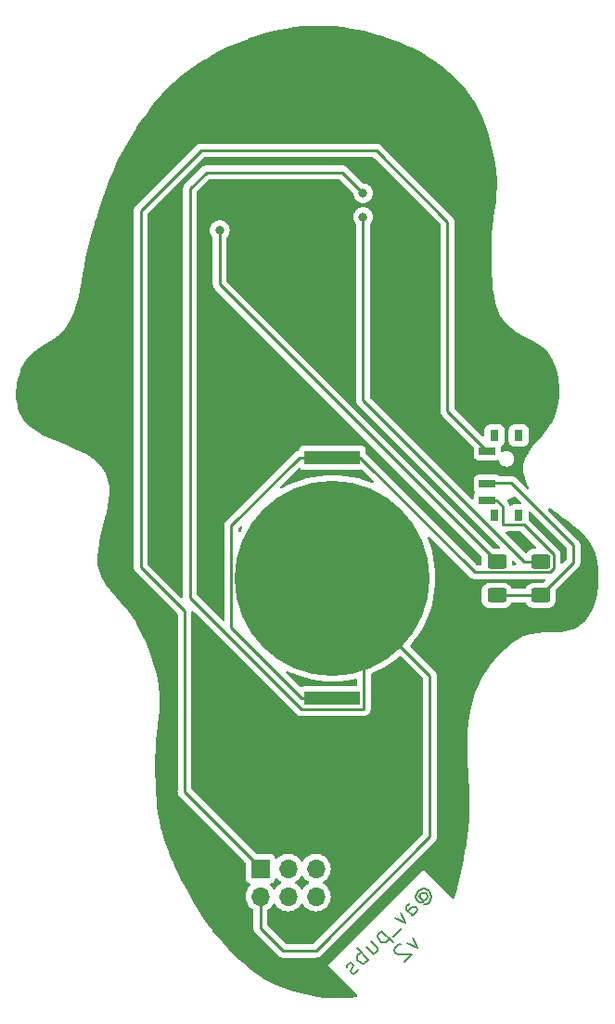
<source format=gbl>
%TF.GenerationSoftware,KiCad,Pcbnew,(7.0.0-0)*%
%TF.CreationDate,2023-07-23T12:34:26-06:00*%
%TF.ProjectId,HAS4_SAO,48415334-5f53-4414-9f2e-6b696361645f,rev?*%
%TF.SameCoordinates,Original*%
%TF.FileFunction,Copper,L2,Bot*%
%TF.FilePolarity,Positive*%
%FSLAX46Y46*%
G04 Gerber Fmt 4.6, Leading zero omitted, Abs format (unit mm)*
G04 Created by KiCad (PCBNEW (7.0.0-0)) date 2023-07-23 12:34:26*
%MOMM*%
%LPD*%
G01*
G04 APERTURE LIST*
G04 Aperture macros list*
%AMRoundRect*
0 Rectangle with rounded corners*
0 $1 Rounding radius*
0 $2 $3 $4 $5 $6 $7 $8 $9 X,Y pos of 4 corners*
0 Add a 4 corners polygon primitive as box body*
4,1,4,$2,$3,$4,$5,$6,$7,$8,$9,$2,$3,0*
0 Add four circle primitives for the rounded corners*
1,1,$1+$1,$2,$3*
1,1,$1+$1,$4,$5*
1,1,$1+$1,$6,$7*
1,1,$1+$1,$8,$9*
0 Add four rect primitives between the rounded corners*
20,1,$1+$1,$2,$3,$4,$5,0*
20,1,$1+$1,$4,$5,$6,$7,0*
20,1,$1+$1,$6,$7,$8,$9,0*
20,1,$1+$1,$8,$9,$2,$3,0*%
G04 Aperture macros list end*
%ADD10C,0.150000*%
%TA.AperFunction,NonConductor*%
%ADD11C,0.150000*%
%TD*%
%TA.AperFunction,SMDPad,CuDef*%
%ADD12RoundRect,0.250000X0.625000X-0.400000X0.625000X0.400000X-0.625000X0.400000X-0.625000X-0.400000X0*%
%TD*%
%TA.AperFunction,ComponentPad*%
%ADD13R,1.700000X1.700000*%
%TD*%
%TA.AperFunction,ComponentPad*%
%ADD14O,1.700000X1.700000*%
%TD*%
%TA.AperFunction,SMDPad,CuDef*%
%ADD15R,5.080000X1.270000*%
%TD*%
%TA.AperFunction,SMDPad,CuDef*%
%ADD16C,17.800000*%
%TD*%
%TA.AperFunction,SMDPad,CuDef*%
%ADD17R,0.800000X1.000000*%
%TD*%
%TA.AperFunction,SMDPad,CuDef*%
%ADD18R,1.500000X0.700000*%
%TD*%
%TA.AperFunction,ViaPad*%
%ADD19C,0.800000*%
%TD*%
%TA.AperFunction,Conductor*%
%ADD20C,0.250000*%
%TD*%
G04 APERTURE END LIST*
D10*
D11*
X123475276Y-137616392D02*
X123475276Y-137515377D01*
X123475276Y-137515377D02*
X123525784Y-137363854D01*
X123525784Y-137363854D02*
X123626799Y-137262839D01*
X123626799Y-137262839D02*
X123778322Y-137212331D01*
X123778322Y-137212331D02*
X123879337Y-137212331D01*
X123879337Y-137212331D02*
X124030860Y-137262839D01*
X124030860Y-137262839D02*
X124131876Y-137363854D01*
X124131876Y-137363854D02*
X124182383Y-137515377D01*
X124182383Y-137515377D02*
X124182383Y-137616392D01*
X124182383Y-137616392D02*
X124131876Y-137767915D01*
X124131876Y-137767915D02*
X124030860Y-137868930D01*
X124030860Y-137868930D02*
X123879337Y-137919438D01*
X123879337Y-137919438D02*
X123778322Y-137919438D01*
X123374261Y-137515377D02*
X123778322Y-137919438D01*
X123778322Y-137919438D02*
X123778322Y-138020453D01*
X123778322Y-138020453D02*
X123727815Y-138070961D01*
X123727815Y-138070961D02*
X123576292Y-138121469D01*
X123576292Y-138121469D02*
X123424769Y-138070961D01*
X123424769Y-138070961D02*
X123172231Y-137818423D01*
X123172231Y-137818423D02*
X123121723Y-137565885D01*
X123121723Y-137565885D02*
X123172231Y-137313347D01*
X123172231Y-137313347D02*
X123323754Y-137060808D01*
X123323754Y-137060808D02*
X123576292Y-136909286D01*
X123576292Y-136909286D02*
X123828830Y-136858778D01*
X123828830Y-136858778D02*
X124081368Y-136909286D01*
X124081368Y-136909286D02*
X124333906Y-137060808D01*
X124333906Y-137060808D02*
X124485429Y-137313347D01*
X124485429Y-137313347D02*
X124535937Y-137565885D01*
X124535937Y-137565885D02*
X124485429Y-137818423D01*
X124485429Y-137818423D02*
X124333906Y-138070961D01*
X124333906Y-138070961D02*
X124081368Y-138222484D01*
X124081368Y-138222484D02*
X123828830Y-138272991D01*
X122818678Y-139283144D02*
X122263094Y-138727560D01*
X122263094Y-138727560D02*
X122212586Y-138576037D01*
X122212586Y-138576037D02*
X122263094Y-138424514D01*
X122263094Y-138424514D02*
X122465124Y-138222484D01*
X122465124Y-138222484D02*
X122616647Y-138171976D01*
X122768170Y-139232636D02*
X122919693Y-139182128D01*
X122919693Y-139182128D02*
X123172231Y-138929590D01*
X123172231Y-138929590D02*
X123222739Y-138778067D01*
X123222739Y-138778067D02*
X123172231Y-138626545D01*
X123172231Y-138626545D02*
X123071216Y-138525529D01*
X123071216Y-138525529D02*
X122919693Y-138475022D01*
X122919693Y-138475022D02*
X122768170Y-138525529D01*
X122768170Y-138525529D02*
X122515632Y-138778067D01*
X122515632Y-138778067D02*
X122364109Y-138828575D01*
X121707510Y-138980098D02*
X122162078Y-139939743D01*
X122162078Y-139939743D02*
X121202433Y-139485174D01*
X121859033Y-140444819D02*
X121050911Y-141252941D01*
X119990251Y-140697357D02*
X121050911Y-141758017D01*
X120040758Y-140747865D02*
X119889235Y-140798372D01*
X119889235Y-140798372D02*
X119687205Y-141000403D01*
X119687205Y-141000403D02*
X119636697Y-141151926D01*
X119636697Y-141151926D02*
X119636697Y-141252941D01*
X119636697Y-141252941D02*
X119687205Y-141404464D01*
X119687205Y-141404464D02*
X119990251Y-141707510D01*
X119990251Y-141707510D02*
X120141773Y-141758017D01*
X120141773Y-141758017D02*
X120242789Y-141758017D01*
X120242789Y-141758017D02*
X120394312Y-141707510D01*
X120394312Y-141707510D02*
X120596342Y-141505479D01*
X120596342Y-141505479D02*
X120646850Y-141353956D01*
X118576037Y-142111571D02*
X119283144Y-142818678D01*
X119030606Y-141657002D02*
X119586189Y-142212586D01*
X119586189Y-142212586D02*
X119636697Y-142364109D01*
X119636697Y-142364109D02*
X119586189Y-142515632D01*
X119586189Y-142515632D02*
X119434667Y-142667155D01*
X119434667Y-142667155D02*
X119283144Y-142717662D01*
X119283144Y-142717662D02*
X119182128Y-142717662D01*
X118778067Y-143323754D02*
X117717407Y-142263094D01*
X118121468Y-142667155D02*
X117969945Y-142717662D01*
X117969945Y-142717662D02*
X117767915Y-142919693D01*
X117767915Y-142919693D02*
X117717407Y-143071216D01*
X117717407Y-143071216D02*
X117717407Y-143172231D01*
X117717407Y-143172231D02*
X117767915Y-143323754D01*
X117767915Y-143323754D02*
X118070961Y-143626800D01*
X118070961Y-143626800D02*
X118222483Y-143677307D01*
X118222483Y-143677307D02*
X118323499Y-143677307D01*
X118323499Y-143677307D02*
X118475022Y-143626800D01*
X118475022Y-143626800D02*
X118677052Y-143424769D01*
X118677052Y-143424769D02*
X118727560Y-143273246D01*
X117818422Y-144182384D02*
X117767915Y-144333907D01*
X117767915Y-144333907D02*
X117565884Y-144535937D01*
X117565884Y-144535937D02*
X117414361Y-144586445D01*
X117414361Y-144586445D02*
X117262838Y-144535937D01*
X117262838Y-144535937D02*
X117212331Y-144485429D01*
X117212331Y-144485429D02*
X117161823Y-144333907D01*
X117161823Y-144333907D02*
X117212331Y-144182384D01*
X117212331Y-144182384D02*
X117363854Y-144030861D01*
X117363854Y-144030861D02*
X117414361Y-143879338D01*
X117414361Y-143879338D02*
X117363854Y-143727815D01*
X117363854Y-143727815D02*
X117313346Y-143677307D01*
X117313346Y-143677307D02*
X117161823Y-143626800D01*
X117161823Y-143626800D02*
X117010300Y-143677307D01*
X117010300Y-143677307D02*
X116858777Y-143828830D01*
X116858777Y-143828830D02*
X116808270Y-143980353D01*
X122819687Y-141304459D02*
X123274256Y-142264104D01*
X123274256Y-142264104D02*
X122314611Y-141809535D01*
X121708519Y-141910550D02*
X121607504Y-141910550D01*
X121607504Y-141910550D02*
X121455981Y-141961058D01*
X121455981Y-141961058D02*
X121203443Y-142213596D01*
X121203443Y-142213596D02*
X121152935Y-142365119D01*
X121152935Y-142365119D02*
X121152935Y-142466134D01*
X121152935Y-142466134D02*
X121203443Y-142617657D01*
X121203443Y-142617657D02*
X121304458Y-142718672D01*
X121304458Y-142718672D02*
X121506489Y-142819687D01*
X121506489Y-142819687D02*
X122718672Y-142819687D01*
X122718672Y-142819687D02*
X122062073Y-143476287D01*
D12*
%TO.P,R2,1*%
%TO.N,Net-(SW1-B)*%
X130500000Y-110100000D03*
%TO.P,R2,2*%
%TO.N,Net-(D2-A)*%
X130500000Y-107000000D03*
%TD*%
%TO.P,R1,1*%
%TO.N,Net-(SW1-B)*%
X134500000Y-110100000D03*
%TO.P,R1,2*%
%TO.N,Net-(D1-A)*%
X134500000Y-107000000D03*
%TD*%
D13*
%TO.P,J1,1,Pin_1*%
%TO.N,Net-(J1-Pin_1)*%
X108919999Y-134999999D03*
D14*
%TO.P,J1,2,Pin_2*%
%TO.N,GND*%
X108919999Y-137539999D03*
%TO.P,J1,3,Pin_3*%
%TO.N,unconnected-(J1-Pin_3-Pad3)*%
X111459999Y-134999999D03*
%TO.P,J1,4,Pin_4*%
%TO.N,unconnected-(J1-Pin_4-Pad4)*%
X111459999Y-137539999D03*
%TO.P,J1,5,Pin_5*%
%TO.N,unconnected-(J1-Pin_5-Pad5)*%
X113999999Y-134999999D03*
%TO.P,J1,6,Pin_6*%
%TO.N,unconnected-(J1-Pin_6-Pad6)*%
X113999999Y-137539999D03*
%TD*%
D15*
%TO.P,BT1,1,+*%
%TO.N,Net-(BT1-+)*%
X115499999Y-97529999D03*
X115499999Y-119499999D03*
D16*
%TO.P,BT1,2,-*%
%TO.N,GND*%
X115500000Y-108515000D03*
%TD*%
D17*
%TO.P,SW1,*%
%TO.N,*%
X130289999Y-102799999D03*
X132499999Y-95499999D03*
X132499999Y-102799999D03*
X130289999Y-95499999D03*
D18*
%TO.P,SW1,1,A*%
%TO.N,Net-(J1-Pin_1)*%
X129639999Y-96899999D03*
%TO.P,SW1,2,B*%
%TO.N,Net-(SW1-B)*%
X129639999Y-99899999D03*
%TO.P,SW1,3,C*%
%TO.N,Net-(BT1-+)*%
X129639999Y-101399999D03*
%TD*%
D19*
%TO.N,GND*%
X118291474Y-73416089D03*
%TO.N,Net-(D1-A)*%
X118303518Y-75580323D03*
%TO.N,Net-(D2-A)*%
X105216287Y-76770632D03*
%TD*%
D20*
%TO.N,Net-(BT1-+)*%
X128475000Y-107975000D02*
X118030000Y-97530000D01*
X129640000Y-101400000D02*
X130440000Y-101400000D01*
X135363173Y-107975000D02*
X128475000Y-107975000D01*
X112470000Y-97530000D02*
X115500000Y-97530000D01*
X112710000Y-119500000D02*
X106275000Y-113065000D01*
X106275000Y-113065000D02*
X106275000Y-103725000D01*
X130440000Y-101400000D02*
X131015000Y-101975000D01*
X131015000Y-101975000D02*
X131015000Y-103625000D01*
X106275000Y-103725000D02*
X112470000Y-97530000D01*
X135700000Y-106361827D02*
X135700000Y-107638173D01*
X132963173Y-103625000D02*
X135700000Y-106361827D01*
X131015000Y-103625000D02*
X132963173Y-103625000D01*
X115500000Y-119500000D02*
X112710000Y-119500000D01*
X135700000Y-107638173D02*
X135363173Y-107975000D01*
X118030000Y-97530000D02*
X115500000Y-97530000D01*
%TO.N,GND*%
X118365000Y-120460000D02*
X112635000Y-120460000D01*
X115500000Y-108515000D02*
X118365000Y-111380000D01*
X102500000Y-110325000D02*
X102500000Y-73000000D01*
X115500000Y-108515000D02*
X124400000Y-117415000D01*
X112635000Y-120460000D02*
X102500000Y-110325000D01*
X116375385Y-71500000D02*
X118291474Y-73416089D01*
X111000000Y-142500000D02*
X108920000Y-140420000D01*
X114000000Y-142500000D02*
X111000000Y-142500000D01*
X124400000Y-132100000D02*
X114000000Y-142500000D01*
X108920000Y-140420000D02*
X108920000Y-137540000D01*
X104000000Y-71500000D02*
X116375385Y-71500000D01*
X102500000Y-73000000D02*
X104000000Y-71500000D01*
X124400000Y-117415000D02*
X124400000Y-132100000D01*
X118365000Y-111380000D02*
X118365000Y-120460000D01*
%TO.N,Net-(D1-A)*%
X118303518Y-75580323D02*
X118303518Y-92303518D01*
X118303518Y-92303518D02*
X133000000Y-107000000D01*
X133000000Y-107000000D02*
X134500000Y-107000000D01*
%TO.N,Net-(D2-A)*%
X105216287Y-81716287D02*
X130500000Y-107000000D01*
X105216287Y-76770632D02*
X105216287Y-81716287D01*
%TO.N,Net-(J1-Pin_1)*%
X98000000Y-75000000D02*
X98000000Y-107500000D01*
X102000000Y-128000000D02*
X108920000Y-134920000D01*
X102000000Y-111500000D02*
X102000000Y-128000000D01*
X119500000Y-69500000D02*
X103500000Y-69500000D01*
X98000000Y-107500000D02*
X102000000Y-111500000D01*
X126000000Y-93260000D02*
X126000000Y-76000000D01*
X129640000Y-96900000D02*
X126000000Y-93260000D01*
X108920000Y-134920000D02*
X108920000Y-135000000D01*
X103500000Y-69500000D02*
X98000000Y-75000000D01*
X126000000Y-76000000D02*
X119500000Y-69500000D01*
%TO.N,Net-(SW1-B)*%
X131825000Y-99825000D02*
X137500000Y-105500000D01*
X134500000Y-110100000D02*
X130500000Y-110100000D01*
X137500000Y-105500000D02*
X137500000Y-107100000D01*
X137500000Y-107100000D02*
X134500000Y-110100000D01*
X129640000Y-99900000D02*
X129715000Y-99825000D01*
X129715000Y-99825000D02*
X131825000Y-99825000D01*
%TD*%
%TA.AperFunction,NonConductor*%
G36*
X112545451Y-98465096D02*
G01*
X112585290Y-98499618D01*
X112602454Y-98522546D01*
X112717669Y-98608796D01*
X112852517Y-98659091D01*
X112912127Y-98665500D01*
X118087872Y-98665499D01*
X118147483Y-98659091D01*
X118165330Y-98652434D01*
X118211611Y-98644650D01*
X118257474Y-98654626D01*
X118296344Y-98680934D01*
X119241856Y-99626446D01*
X119274935Y-99685967D01*
X119271596Y-99753980D01*
X119232846Y-99809975D01*
X119170372Y-99837065D01*
X119103012Y-99827080D01*
X119101196Y-99826257D01*
X119101181Y-99826250D01*
X119099343Y-99825418D01*
X118523310Y-99608615D01*
X118521404Y-99608037D01*
X118521384Y-99608030D01*
X117951794Y-99435247D01*
X117934332Y-99429950D01*
X117334929Y-99290189D01*
X117332952Y-99289862D01*
X117332939Y-99289860D01*
X116729651Y-99190257D01*
X116729644Y-99190256D01*
X116727669Y-99189930D01*
X116725687Y-99189734D01*
X116725666Y-99189732D01*
X116117158Y-99129799D01*
X116117137Y-99129797D01*
X116115151Y-99129602D01*
X116113143Y-99129536D01*
X116113139Y-99129536D01*
X115502016Y-99109530D01*
X115500000Y-99109464D01*
X115497984Y-99109530D01*
X114886860Y-99129536D01*
X114886854Y-99129536D01*
X114884849Y-99129602D01*
X114882864Y-99129797D01*
X114882841Y-99129799D01*
X114274333Y-99189732D01*
X114274308Y-99189735D01*
X114272331Y-99189930D01*
X114270359Y-99190255D01*
X114270348Y-99190257D01*
X113667060Y-99289860D01*
X113667041Y-99289863D01*
X113665071Y-99290189D01*
X113663111Y-99290645D01*
X113663106Y-99290647D01*
X113067653Y-99429487D01*
X113067648Y-99429488D01*
X113065668Y-99429950D01*
X113063725Y-99430539D01*
X113063719Y-99430541D01*
X112478615Y-99608030D01*
X112478586Y-99608039D01*
X112476690Y-99608615D01*
X112474800Y-99609326D01*
X112474798Y-99609327D01*
X111902561Y-99824701D01*
X111902550Y-99824705D01*
X111900657Y-99825418D01*
X111898838Y-99826242D01*
X111898807Y-99826255D01*
X111341883Y-100078594D01*
X111341857Y-100078606D01*
X111340038Y-100079431D01*
X111338266Y-100080377D01*
X111338246Y-100080388D01*
X110928198Y-100299564D01*
X110860016Y-100313824D01*
X110794904Y-100289074D01*
X110753409Y-100233125D01*
X110748626Y-100163632D01*
X110782064Y-100102525D01*
X111198622Y-99685967D01*
X112398344Y-98486245D01*
X112442690Y-98457746D01*
X112494870Y-98450244D01*
X112545451Y-98465096D01*
G37*
%TD.AperFunction*%
%TA.AperFunction,NonConductor*%
G36*
X132161031Y-101045622D02*
G01*
X132703228Y-101587819D01*
X132733478Y-101637182D01*
X132738020Y-101694898D01*
X132715865Y-101748385D01*
X132671842Y-101785985D01*
X132615547Y-101799500D01*
X132055439Y-101799500D01*
X132055420Y-101799500D01*
X132052128Y-101799501D01*
X132048850Y-101799853D01*
X132048838Y-101799854D01*
X132000231Y-101805079D01*
X132000225Y-101805080D01*
X131992517Y-101805909D01*
X131985252Y-101808618D01*
X131985246Y-101808620D01*
X131865980Y-101853104D01*
X131865978Y-101853104D01*
X131857669Y-101856204D01*
X131850569Y-101861518D01*
X131850569Y-101861519D01*
X131818737Y-101885348D01*
X131763211Y-101908649D01*
X131703256Y-101903046D01*
X131653010Y-101869859D01*
X131625858Y-101819751D01*
X131625664Y-101818208D01*
X131609582Y-101777591D01*
X131605803Y-101766551D01*
X131595795Y-101732102D01*
X131595793Y-101732099D01*
X131593618Y-101724610D01*
X131583417Y-101707360D01*
X131574863Y-101689901D01*
X131567486Y-101671268D01*
X131541808Y-101635925D01*
X131535401Y-101626171D01*
X131517142Y-101595296D01*
X131517141Y-101595294D01*
X131513170Y-101588580D01*
X131499004Y-101574414D01*
X131486370Y-101559622D01*
X131474594Y-101543413D01*
X131473668Y-101542647D01*
X131444007Y-101485458D01*
X131448897Y-101418173D01*
X131488288Y-101363407D01*
X131550518Y-101337368D01*
X131568872Y-101335140D01*
X131727930Y-101274818D01*
X131867929Y-101178183D01*
X131980537Y-101051073D01*
X132036459Y-101014918D01*
X132103025Y-101012906D01*
X132161031Y-101045622D01*
G37*
%TD.AperFunction*%
%TA.AperFunction,NonConductor*%
G36*
X107218123Y-103768410D02*
G01*
X107274073Y-103809905D01*
X107298823Y-103875017D01*
X107284563Y-103943199D01*
X107133858Y-104225149D01*
X107089290Y-104272423D01*
X107026935Y-104290672D01*
X106963911Y-104274886D01*
X106917521Y-104229398D01*
X106900500Y-104166696D01*
X106900500Y-104035452D01*
X106909939Y-103987999D01*
X106936816Y-103947773D01*
X107087527Y-103797062D01*
X107148630Y-103763627D01*
X107218123Y-103768410D01*
G37*
%TD.AperFunction*%
%TA.AperFunction,NonConductor*%
G36*
X132700174Y-104259939D02*
G01*
X132740402Y-104286819D01*
X134091401Y-105637819D01*
X134121651Y-105687182D01*
X134126193Y-105744898D01*
X134104038Y-105798385D01*
X134060015Y-105835985D01*
X134003721Y-105849500D01*
X133828141Y-105849500D01*
X133828121Y-105849500D01*
X133824992Y-105849501D01*
X133821860Y-105849820D01*
X133821858Y-105849821D01*
X133728938Y-105859312D01*
X133728928Y-105859313D01*
X133722203Y-105860001D01*
X133715781Y-105862128D01*
X133715776Y-105862130D01*
X133562521Y-105912914D01*
X133562517Y-105912915D01*
X133555666Y-105915186D01*
X133549522Y-105918975D01*
X133549519Y-105918977D01*
X133412488Y-106003497D01*
X133412480Y-106003503D01*
X133406344Y-106007288D01*
X133401242Y-106012389D01*
X133401238Y-106012393D01*
X133287393Y-106126238D01*
X133287389Y-106126242D01*
X133282288Y-106131344D01*
X133278501Y-106137482D01*
X133278495Y-106137491D01*
X133263003Y-106162609D01*
X133224090Y-106202093D01*
X133171860Y-106220674D01*
X133116754Y-106214638D01*
X133069784Y-106185193D01*
X131346772Y-104462181D01*
X131316522Y-104412818D01*
X131311980Y-104355102D01*
X131334135Y-104301615D01*
X131378158Y-104264015D01*
X131434453Y-104250500D01*
X132652721Y-104250500D01*
X132700174Y-104259939D01*
G37*
%TD.AperFunction*%
%TA.AperFunction,NonConductor*%
G36*
X133562817Y-102466520D02*
G01*
X133612179Y-102496769D01*
X135282105Y-104166696D01*
X136838181Y-105722772D01*
X136865061Y-105763000D01*
X136874500Y-105810453D01*
X136874500Y-106789548D01*
X136865061Y-106837001D01*
X136838181Y-106877229D01*
X136537181Y-107178229D01*
X136487818Y-107208479D01*
X136430102Y-107213021D01*
X136376615Y-107190866D01*
X136339015Y-107146843D01*
X136325500Y-107090548D01*
X136325500Y-106439602D01*
X136326021Y-106428546D01*
X136327673Y-106421160D01*
X136325561Y-106353954D01*
X136325500Y-106350059D01*
X136325500Y-106326368D01*
X136325500Y-106322477D01*
X136324998Y-106318504D01*
X136324080Y-106306845D01*
X136323929Y-106302049D01*
X136322709Y-106263200D01*
X136317120Y-106243967D01*
X136313174Y-106224910D01*
X136311641Y-106212771D01*
X136310664Y-106205035D01*
X136294582Y-106164418D01*
X136290803Y-106153378D01*
X136280795Y-106118929D01*
X136280793Y-106118926D01*
X136278618Y-106111437D01*
X136268417Y-106094187D01*
X136259863Y-106076728D01*
X136252486Y-106058095D01*
X136226808Y-106022752D01*
X136220401Y-106012998D01*
X136202142Y-105982123D01*
X136202141Y-105982121D01*
X136198170Y-105975407D01*
X136184004Y-105961241D01*
X136171370Y-105946449D01*
X136159594Y-105930240D01*
X136153583Y-105925267D01*
X136153581Y-105925265D01*
X136125941Y-105902400D01*
X136117300Y-105894537D01*
X133460459Y-103237695D01*
X133453015Y-103229514D01*
X133448959Y-103223123D01*
X133442216Y-103216791D01*
X133439613Y-103214346D01*
X133410697Y-103173201D01*
X133400499Y-103123956D01*
X133400499Y-102584451D01*
X133414014Y-102528156D01*
X133451614Y-102484133D01*
X133505101Y-102461978D01*
X133562817Y-102466520D01*
G37*
%TD.AperFunction*%
%TA.AperFunction,NonConductor*%
G36*
X132037817Y-106941521D02*
G01*
X132087180Y-106971771D01*
X132253228Y-107137819D01*
X132283478Y-107187182D01*
X132288020Y-107244898D01*
X132265865Y-107298385D01*
X132221842Y-107335985D01*
X132165547Y-107349500D01*
X131999500Y-107349500D01*
X131937500Y-107332887D01*
X131892113Y-107287500D01*
X131875500Y-107225501D01*
X131875500Y-107146843D01*
X131875499Y-107059450D01*
X131889014Y-107003158D01*
X131926613Y-106959134D01*
X131980101Y-106936979D01*
X132037817Y-106941521D01*
G37*
%TD.AperFunction*%
%TA.AperFunction,NonConductor*%
G36*
X111421599Y-116987523D02*
G01*
X111635621Y-117084496D01*
X111755841Y-117138967D01*
X111900657Y-117204582D01*
X112476690Y-117421385D01*
X113065668Y-117600050D01*
X113665071Y-117739811D01*
X114272331Y-117840070D01*
X114884849Y-117900398D01*
X115500000Y-117920536D01*
X116115151Y-117900398D01*
X116727669Y-117840070D01*
X117334929Y-117739811D01*
X117587343Y-117680955D01*
X117642668Y-117680730D01*
X117692586Y-117704589D01*
X117727157Y-117747785D01*
X117739500Y-117801717D01*
X117739500Y-118240500D01*
X117722887Y-118302500D01*
X117677500Y-118347887D01*
X117615500Y-118364500D01*
X112915439Y-118364500D01*
X112915420Y-118364500D01*
X112912128Y-118364501D01*
X112908850Y-118364853D01*
X112908838Y-118364854D01*
X112860231Y-118370079D01*
X112860225Y-118370080D01*
X112852517Y-118370909D01*
X112845252Y-118373618D01*
X112845246Y-118373620D01*
X112725980Y-118418104D01*
X112725978Y-118418104D01*
X112717669Y-118421204D01*
X112710572Y-118426516D01*
X112710564Y-118426521D01*
X112688234Y-118443238D01*
X112634487Y-118466254D01*
X112576168Y-118462083D01*
X112526243Y-118431652D01*
X111282743Y-117188152D01*
X111249663Y-117128628D01*
X111253005Y-117060612D01*
X111291759Y-117004618D01*
X111354239Y-116977532D01*
X111421599Y-116987523D01*
G37*
%TD.AperFunction*%
%TA.AperFunction,NonConductor*%
G36*
X110413927Y-135885273D02*
G01*
X110466673Y-135916569D01*
X110588599Y-136038495D01*
X110593032Y-136041599D01*
X110593038Y-136041604D01*
X110774158Y-136168425D01*
X110813024Y-136212743D01*
X110827035Y-136270000D01*
X110813024Y-136327257D01*
X110774159Y-136371575D01*
X110593041Y-136498395D01*
X110588599Y-136501505D01*
X110584775Y-136505328D01*
X110584769Y-136505334D01*
X110425334Y-136664769D01*
X110425328Y-136664775D01*
X110421505Y-136668599D01*
X110418402Y-136673029D01*
X110418399Y-136673034D01*
X110291575Y-136854159D01*
X110247257Y-136893025D01*
X110190000Y-136907036D01*
X110132743Y-136893025D01*
X110088425Y-136854159D01*
X109961600Y-136673034D01*
X109958495Y-136668599D01*
X109836569Y-136546673D01*
X109805273Y-136493927D01*
X109803084Y-136432634D01*
X109830537Y-136377789D01*
X109880916Y-136342810D01*
X110012331Y-136293796D01*
X110127546Y-136207546D01*
X110213796Y-136092331D01*
X110262810Y-135960916D01*
X110297789Y-135910537D01*
X110352634Y-135883084D01*
X110413927Y-135885273D01*
G37*
%TD.AperFunction*%
%TA.AperFunction,NonConductor*%
G36*
X112787257Y-135646976D02*
G01*
X112831575Y-135685842D01*
X112958395Y-135866961D01*
X112958401Y-135866968D01*
X112961505Y-135871401D01*
X113128599Y-136038495D01*
X113133032Y-136041599D01*
X113133038Y-136041604D01*
X113314158Y-136168425D01*
X113353024Y-136212743D01*
X113367035Y-136270000D01*
X113353024Y-136327257D01*
X113314159Y-136371575D01*
X113133041Y-136498395D01*
X113128599Y-136501505D01*
X113124775Y-136505328D01*
X113124769Y-136505334D01*
X112965334Y-136664769D01*
X112965328Y-136664775D01*
X112961505Y-136668599D01*
X112958402Y-136673029D01*
X112958399Y-136673034D01*
X112831575Y-136854159D01*
X112787257Y-136893025D01*
X112730000Y-136907036D01*
X112672743Y-136893025D01*
X112628425Y-136854159D01*
X112501600Y-136673034D01*
X112498495Y-136668599D01*
X112331401Y-136501505D01*
X112326968Y-136498401D01*
X112326961Y-136498395D01*
X112145842Y-136371575D01*
X112106976Y-136327257D01*
X112092965Y-136270000D01*
X112106976Y-136212743D01*
X112145842Y-136168425D01*
X112326961Y-136041604D01*
X112326961Y-136041603D01*
X112331401Y-136038495D01*
X112498495Y-135871401D01*
X112628424Y-135685842D01*
X112672743Y-135646976D01*
X112730000Y-135632965D01*
X112787257Y-135646976D01*
G37*
%TD.AperFunction*%
%TA.AperFunction,NonConductor*%
G36*
X102787818Y-111516521D02*
G01*
X102837181Y-111546771D01*
X112137707Y-120847298D01*
X112145159Y-120855487D01*
X112149214Y-120861877D01*
X112198223Y-120907900D01*
X112201019Y-120910610D01*
X112220529Y-120930120D01*
X112223709Y-120932587D01*
X112232571Y-120940155D01*
X112238567Y-120945786D01*
X112258732Y-120964723D01*
X112258734Y-120964724D01*
X112264418Y-120970062D01*
X112271251Y-120973818D01*
X112271252Y-120973819D01*
X112281973Y-120979713D01*
X112298234Y-120990394D01*
X112314064Y-121002673D01*
X112354155Y-121020021D01*
X112364633Y-121025155D01*
X112374296Y-121030467D01*
X112402908Y-121046197D01*
X112422316Y-121051180D01*
X112440719Y-121057481D01*
X112451944Y-121062339D01*
X112451946Y-121062339D01*
X112459104Y-121065437D01*
X112502258Y-121072271D01*
X112513644Y-121074629D01*
X112555981Y-121085500D01*
X112576017Y-121085500D01*
X112595415Y-121087027D01*
X112607486Y-121088939D01*
X112607487Y-121088939D01*
X112615196Y-121090160D01*
X112653276Y-121086560D01*
X112658676Y-121086050D01*
X112670345Y-121085500D01*
X118294151Y-121085500D01*
X118317386Y-121087696D01*
X118325412Y-121089227D01*
X118380758Y-121085745D01*
X118388545Y-121085500D01*
X118400458Y-121085500D01*
X118404350Y-121085500D01*
X118420042Y-121083517D01*
X118427769Y-121082786D01*
X118483138Y-121079304D01*
X118490898Y-121076782D01*
X118513687Y-121071688D01*
X118513805Y-121071672D01*
X118521792Y-121070664D01*
X118529046Y-121067791D01*
X118529049Y-121067791D01*
X118573377Y-121050240D01*
X118580700Y-121047603D01*
X118633441Y-121030467D01*
X118640329Y-121026094D01*
X118661133Y-121015494D01*
X118668732Y-121012486D01*
X118713631Y-120979864D01*
X118720026Y-120975517D01*
X118766877Y-120945786D01*
X118772458Y-120939841D01*
X118789983Y-120924391D01*
X118796587Y-120919594D01*
X118831941Y-120876857D01*
X118837078Y-120871029D01*
X118875062Y-120830582D01*
X118878996Y-120823426D01*
X118892122Y-120804109D01*
X118897324Y-120797823D01*
X118920948Y-120747618D01*
X118924460Y-120740724D01*
X118951197Y-120692092D01*
X118953226Y-120684185D01*
X118961139Y-120662209D01*
X118964614Y-120654826D01*
X118975010Y-120600325D01*
X118976698Y-120592768D01*
X118990500Y-120539019D01*
X118990500Y-120530849D01*
X118992696Y-120507614D01*
X118992766Y-120507246D01*
X118994227Y-120499588D01*
X118990745Y-120444241D01*
X118990500Y-120436455D01*
X118990500Y-117331369D01*
X119000463Y-117282670D01*
X119028752Y-117241796D01*
X119070821Y-117215317D01*
X119099343Y-117204582D01*
X119659962Y-116950569D01*
X120202768Y-116660433D01*
X120725436Y-116335417D01*
X121225728Y-115976913D01*
X121606589Y-115664347D01*
X121661058Y-115638585D01*
X121721245Y-115641541D01*
X121772931Y-115672521D01*
X123738181Y-117637771D01*
X123765061Y-117677999D01*
X123774500Y-117725452D01*
X123774500Y-131789548D01*
X123765061Y-131837001D01*
X123738181Y-131877229D01*
X113777228Y-141838181D01*
X113737000Y-141865061D01*
X113689547Y-141874500D01*
X111310453Y-141874500D01*
X111263000Y-141865061D01*
X111222772Y-141838181D01*
X109581819Y-140197228D01*
X109554939Y-140157000D01*
X109545500Y-140109547D01*
X109545500Y-138815228D01*
X109559511Y-138757971D01*
X109598376Y-138713653D01*
X109678640Y-138657450D01*
X109791401Y-138578495D01*
X109958495Y-138411401D01*
X110088426Y-138225839D01*
X110132742Y-138186976D01*
X110189999Y-138172965D01*
X110247256Y-138186976D01*
X110291574Y-138225841D01*
X110418399Y-138406966D01*
X110418402Y-138406970D01*
X110421505Y-138411401D01*
X110588599Y-138578495D01*
X110782170Y-138714035D01*
X110996337Y-138813903D01*
X111224592Y-138875063D01*
X111460000Y-138895659D01*
X111695408Y-138875063D01*
X111923663Y-138813903D01*
X112137830Y-138714035D01*
X112331401Y-138578495D01*
X112498495Y-138411401D01*
X112628426Y-138225839D01*
X112672742Y-138186976D01*
X112729999Y-138172965D01*
X112787256Y-138186976D01*
X112831574Y-138225841D01*
X112958399Y-138406966D01*
X112958402Y-138406970D01*
X112961505Y-138411401D01*
X113128599Y-138578495D01*
X113322170Y-138714035D01*
X113536337Y-138813903D01*
X113764592Y-138875063D01*
X114000000Y-138895659D01*
X114235408Y-138875063D01*
X114463663Y-138813903D01*
X114677830Y-138714035D01*
X114871401Y-138578495D01*
X115038495Y-138411401D01*
X115174035Y-138217830D01*
X115273903Y-138003663D01*
X115335063Y-137775408D01*
X115355659Y-137540000D01*
X115335063Y-137304592D01*
X115273903Y-137076337D01*
X115174035Y-136862171D01*
X115038495Y-136668599D01*
X114871401Y-136501505D01*
X114866968Y-136498401D01*
X114866961Y-136498395D01*
X114685842Y-136371575D01*
X114646976Y-136327257D01*
X114632965Y-136270000D01*
X114646976Y-136212743D01*
X114685842Y-136168425D01*
X114866961Y-136041604D01*
X114866961Y-136041603D01*
X114871401Y-136038495D01*
X115038495Y-135871401D01*
X115174035Y-135677830D01*
X115273903Y-135463663D01*
X115335063Y-135235408D01*
X115355659Y-135000000D01*
X115335063Y-134764592D01*
X115273903Y-134536337D01*
X115174035Y-134322171D01*
X115038495Y-134128599D01*
X114871401Y-133961505D01*
X114866970Y-133958402D01*
X114866966Y-133958399D01*
X114682259Y-133829066D01*
X114682257Y-133829064D01*
X114677830Y-133825965D01*
X114672933Y-133823681D01*
X114672927Y-133823678D01*
X114468572Y-133728386D01*
X114468570Y-133728385D01*
X114463663Y-133726097D01*
X114458438Y-133724697D01*
X114458430Y-133724694D01*
X114240634Y-133666337D01*
X114240630Y-133666336D01*
X114235408Y-133664937D01*
X114230020Y-133664465D01*
X114230017Y-133664465D01*
X114005395Y-133644813D01*
X114000000Y-133644341D01*
X113994605Y-133644813D01*
X113769982Y-133664465D01*
X113769977Y-133664465D01*
X113764592Y-133664937D01*
X113759371Y-133666335D01*
X113759365Y-133666337D01*
X113541569Y-133724694D01*
X113541557Y-133724698D01*
X113536337Y-133726097D01*
X113531432Y-133728383D01*
X113531427Y-133728386D01*
X113327081Y-133823675D01*
X113327077Y-133823677D01*
X113322171Y-133825965D01*
X113317738Y-133829068D01*
X113317731Y-133829073D01*
X113133034Y-133958399D01*
X113133029Y-133958402D01*
X113128599Y-133961505D01*
X113124775Y-133965328D01*
X113124769Y-133965334D01*
X112965334Y-134124769D01*
X112965328Y-134124775D01*
X112961505Y-134128599D01*
X112958403Y-134133028D01*
X112958403Y-134133029D01*
X112831574Y-134314160D01*
X112787256Y-134353025D01*
X112729999Y-134367036D01*
X112672742Y-134353025D01*
X112628426Y-134314161D01*
X112498495Y-134128599D01*
X112331401Y-133961505D01*
X112326970Y-133958402D01*
X112326966Y-133958399D01*
X112142259Y-133829066D01*
X112142257Y-133829064D01*
X112137830Y-133825965D01*
X112132933Y-133823681D01*
X112132927Y-133823678D01*
X111928572Y-133728386D01*
X111928570Y-133728385D01*
X111923663Y-133726097D01*
X111918438Y-133724697D01*
X111918430Y-133724694D01*
X111700634Y-133666337D01*
X111700630Y-133666336D01*
X111695408Y-133664937D01*
X111690020Y-133664465D01*
X111690017Y-133664465D01*
X111465395Y-133644813D01*
X111460000Y-133644341D01*
X111454605Y-133644813D01*
X111229982Y-133664465D01*
X111229977Y-133664465D01*
X111224592Y-133664937D01*
X111219371Y-133666335D01*
X111219365Y-133666337D01*
X111001569Y-133724694D01*
X111001557Y-133724698D01*
X110996337Y-133726097D01*
X110991432Y-133728383D01*
X110991427Y-133728386D01*
X110787081Y-133823675D01*
X110787077Y-133823677D01*
X110782171Y-133825965D01*
X110777738Y-133829068D01*
X110777731Y-133829073D01*
X110593034Y-133958399D01*
X110593029Y-133958402D01*
X110588599Y-133961505D01*
X110584774Y-133965329D01*
X110584775Y-133965329D01*
X110466673Y-134083431D01*
X110413926Y-134114726D01*
X110352633Y-134116915D01*
X110297789Y-134089462D01*
X110262810Y-134039082D01*
X110235304Y-133965336D01*
X110213796Y-133907669D01*
X110127546Y-133792454D01*
X110037030Y-133724694D01*
X110019431Y-133711519D01*
X110019430Y-133711518D01*
X110012331Y-133706204D01*
X109905442Y-133666337D01*
X109884752Y-133658620D01*
X109884750Y-133658619D01*
X109877483Y-133655909D01*
X109869770Y-133655079D01*
X109869767Y-133655079D01*
X109821180Y-133649855D01*
X109821169Y-133649854D01*
X109817873Y-133649500D01*
X109814551Y-133649500D01*
X108585452Y-133649500D01*
X108537999Y-133640061D01*
X108497771Y-133613181D01*
X102661819Y-127777228D01*
X102634939Y-127737000D01*
X102625500Y-127689547D01*
X102625500Y-111634452D01*
X102639015Y-111578157D01*
X102676615Y-111534134D01*
X102730102Y-111511979D01*
X102787818Y-111516521D01*
G37*
%TD.AperFunction*%
%TA.AperFunction,NonConductor*%
G36*
X114221357Y-58131247D02*
G01*
X114961252Y-58150662D01*
X114966542Y-58150914D01*
X115707378Y-58202178D01*
X115712452Y-58202634D01*
X116452823Y-58284607D01*
X116457613Y-58285234D01*
X117196092Y-58396773D01*
X117200698Y-58397559D01*
X117935887Y-58537523D01*
X117940309Y-58538449D01*
X118668540Y-58705176D01*
X118670711Y-58705673D01*
X118675016Y-58706740D01*
X119399316Y-58900091D01*
X119403399Y-58901258D01*
X120120027Y-59119543D01*
X120124032Y-59120838D01*
X120310273Y-59184551D01*
X120831710Y-59362936D01*
X120835533Y-59364315D01*
X121532809Y-59629059D01*
X121536520Y-59630537D01*
X122049979Y-59844945D01*
X122221953Y-59916757D01*
X122225622Y-59918360D01*
X122897148Y-60224593D01*
X122901853Y-60226859D01*
X123566899Y-60564667D01*
X123572553Y-60567726D01*
X124002844Y-60815311D01*
X124222869Y-60941911D01*
X124228443Y-60945316D01*
X124860742Y-61354913D01*
X124866195Y-61358657D01*
X125476601Y-61802387D01*
X125481976Y-61806526D01*
X126066618Y-62283093D01*
X126071977Y-62287725D01*
X126165227Y-62373091D01*
X126626945Y-62795775D01*
X126632272Y-62800953D01*
X127153810Y-63339250D01*
X127159058Y-63345020D01*
X127643326Y-63912234D01*
X127648454Y-63918660D01*
X128091693Y-64513526D01*
X128096593Y-64520601D01*
X128485748Y-65126479D01*
X128489968Y-65133557D01*
X128838916Y-65765565D01*
X128842374Y-65772306D01*
X129153412Y-66427262D01*
X129156206Y-66433596D01*
X129431521Y-67108105D01*
X129433751Y-67113991D01*
X129675577Y-67804727D01*
X129677337Y-67810151D01*
X129887866Y-68513656D01*
X129889239Y-68518617D01*
X130070691Y-69231449D01*
X130071750Y-69235959D01*
X130226384Y-69954766D01*
X130227189Y-69958843D01*
X130357227Y-70680087D01*
X130357831Y-70683751D01*
X130465230Y-71401975D01*
X130466116Y-71409433D01*
X130528631Y-72119143D01*
X130529107Y-72129285D01*
X130533338Y-72840423D01*
X130533134Y-72848304D01*
X130491891Y-73563099D01*
X130491444Y-73568666D01*
X130417433Y-74286931D01*
X130417048Y-74290231D01*
X130323131Y-75011557D01*
X130322985Y-75012639D01*
X130222222Y-75736098D01*
X130220728Y-75735890D01*
X130220725Y-75735901D01*
X130222222Y-75736102D01*
X130222211Y-75736184D01*
X130222196Y-75736294D01*
X130220662Y-75736084D01*
X130220659Y-75736095D01*
X130222196Y-75736296D01*
X130127802Y-76460557D01*
X130126442Y-76460379D01*
X130126440Y-76460412D01*
X130127800Y-76460562D01*
X130127792Y-76460635D01*
X130127778Y-76460746D01*
X130126426Y-76460575D01*
X130126423Y-76460612D01*
X130127780Y-76460753D01*
X130052907Y-77185086D01*
X130052190Y-77185011D01*
X130052187Y-77185079D01*
X130052901Y-77185153D01*
X130052889Y-77185270D01*
X130052181Y-77185197D01*
X130052179Y-77185241D01*
X130052893Y-77185283D01*
X130010627Y-77909426D01*
X130009867Y-77909381D01*
X130009865Y-77909440D01*
X130010622Y-77909440D01*
X130010622Y-77909515D01*
X130010617Y-77909607D01*
X130009861Y-77909565D01*
X130009860Y-77909627D01*
X130010622Y-77909624D01*
X130014051Y-78633300D01*
X130012653Y-78633306D01*
X130012653Y-78633338D01*
X130014049Y-78633306D01*
X130014051Y-78633392D01*
X130014052Y-78633491D01*
X130012655Y-78633505D01*
X130012655Y-78633537D01*
X130014054Y-78633497D01*
X130034292Y-79323761D01*
X130034329Y-79325423D01*
X130045466Y-80025458D01*
X130045312Y-80025460D01*
X130045312Y-80025464D01*
X130045466Y-80025461D01*
X130059991Y-80730604D01*
X130058410Y-80730636D01*
X130058411Y-80730676D01*
X130059989Y-80730610D01*
X130059993Y-80730705D01*
X130059995Y-80730797D01*
X130058416Y-80730831D01*
X130058417Y-80730870D01*
X130059997Y-80730802D01*
X130090381Y-81434247D01*
X130089132Y-81434300D01*
X130089136Y-81434354D01*
X130090378Y-81434260D01*
X130090386Y-81434365D01*
X130090390Y-81434437D01*
X130089148Y-81434505D01*
X130089152Y-81434548D01*
X130090393Y-81434444D01*
X130149128Y-82130740D01*
X130147938Y-82130840D01*
X130147948Y-82130914D01*
X130149125Y-82130755D01*
X130149136Y-82130836D01*
X130149144Y-82130921D01*
X130147964Y-82131032D01*
X130147973Y-82131105D01*
X130149151Y-82130934D01*
X130248725Y-82814415D01*
X130247954Y-82814527D01*
X130247969Y-82814603D01*
X130248722Y-82814437D01*
X130248739Y-82814514D01*
X130248751Y-82814591D01*
X130247990Y-82814709D01*
X130248004Y-82814781D01*
X130248761Y-82814608D01*
X130399814Y-83471578D01*
X130399815Y-83471582D01*
X130401663Y-83479618D01*
X130401488Y-83479658D01*
X130401499Y-83479698D01*
X130401662Y-83479644D01*
X130401685Y-83479712D01*
X130401702Y-83479785D01*
X130401535Y-83479823D01*
X130401547Y-83479864D01*
X130401717Y-83479807D01*
X130405171Y-83489927D01*
X130405171Y-83489928D01*
X130617189Y-84111167D01*
X130617190Y-84111168D01*
X130620438Y-84120685D01*
X130620441Y-84120719D01*
X130620472Y-84120783D01*
X130620493Y-84120844D01*
X130620512Y-84120866D01*
X130917547Y-84731970D01*
X130917560Y-84732019D01*
X130917592Y-84732063D01*
X130917615Y-84732109D01*
X130917649Y-84732139D01*
X130923096Y-84739500D01*
X130923097Y-84739501D01*
X131046219Y-84905878D01*
X131304766Y-85255255D01*
X131304788Y-85255301D01*
X131304824Y-85255333D01*
X131304854Y-85255374D01*
X131304898Y-85255400D01*
X131314375Y-85263970D01*
X131314377Y-85263973D01*
X131611932Y-85533067D01*
X131790807Y-85694833D01*
X131790827Y-85694863D01*
X131790882Y-85694900D01*
X131790929Y-85694943D01*
X131790960Y-85694954D01*
X132276934Y-86027031D01*
X132346943Y-86074870D01*
X132346591Y-86075383D01*
X132346799Y-86075512D01*
X132347109Y-86074975D01*
X132944455Y-86419551D01*
X132944423Y-86419604D01*
X132944432Y-86419607D01*
X132944460Y-86419557D01*
X132944559Y-86419611D01*
X132944623Y-86419648D01*
X132944620Y-86419653D01*
X132944649Y-86419660D01*
X133395005Y-86665809D01*
X133553203Y-86752275D01*
X133556203Y-86753969D01*
X134144474Y-87097058D01*
X134153004Y-87102511D01*
X134690973Y-87478233D01*
X134704666Y-87489324D01*
X135164790Y-87919594D01*
X135181468Y-87938752D01*
X135284258Y-88084666D01*
X135492317Y-88380014D01*
X135540987Y-88449102D01*
X135552743Y-88469740D01*
X135823336Y-89072646D01*
X135829062Y-89088068D01*
X136020448Y-89731517D01*
X136023739Y-89745503D01*
X136141113Y-90416506D01*
X136142645Y-90428928D01*
X136192373Y-91116592D01*
X136192679Y-91127575D01*
X136181281Y-91820748D01*
X136180733Y-91830530D01*
X136114892Y-92518028D01*
X136113719Y-92526895D01*
X136001037Y-93192835D01*
X135996776Y-93210250D01*
X135806599Y-93799212D01*
X135797794Y-93819865D01*
X135496935Y-94378996D01*
X135488998Y-94391812D01*
X135105974Y-94933713D01*
X135100840Y-94940474D01*
X134667804Y-95471865D01*
X134666078Y-95473936D01*
X134217020Y-96001152D01*
X134217018Y-96001150D01*
X134217015Y-96001156D01*
X134216956Y-96001227D01*
X134215183Y-95999753D01*
X134215098Y-95999844D01*
X134216894Y-96001304D01*
X133786955Y-96530384D01*
X133786355Y-96529896D01*
X133786313Y-96529952D01*
X133786938Y-96530396D01*
X133786884Y-96530472D01*
X133786841Y-96530526D01*
X133786241Y-96530048D01*
X133786204Y-96530099D01*
X133786836Y-96530541D01*
X133415817Y-97060795D01*
X133415816Y-97060797D01*
X133410821Y-97067937D01*
X133410817Y-97067942D01*
X133410757Y-97068028D01*
X133410134Y-97068919D01*
X133410108Y-97068942D01*
X133410075Y-97069004D01*
X133410040Y-97069055D01*
X133410033Y-97069085D01*
X133405793Y-97077209D01*
X133405793Y-97077210D01*
X133123530Y-97618162D01*
X133123526Y-97618169D01*
X133119893Y-97625134D01*
X133119863Y-97625172D01*
X133119849Y-97625217D01*
X133119826Y-97625263D01*
X133119821Y-97625314D01*
X133117620Y-97632836D01*
X133117617Y-97632846D01*
X132953273Y-98194753D01*
X132953273Y-98194755D01*
X132949576Y-98207396D01*
X132949551Y-98207455D01*
X132949550Y-98207488D01*
X132949540Y-98207523D01*
X132949547Y-98207590D01*
X132949191Y-98220460D01*
X132949191Y-98220463D01*
X132932869Y-98811955D01*
X132932535Y-98824062D01*
X132932525Y-98824119D01*
X132932533Y-98824157D01*
X132932532Y-98824198D01*
X132932553Y-98824252D01*
X132934966Y-98835774D01*
X132934967Y-98835776D01*
X133055017Y-99408820D01*
X133055018Y-99408825D01*
X133056624Y-99416488D01*
X133056624Y-99416537D01*
X133056644Y-99416587D01*
X133056655Y-99416636D01*
X133056680Y-99416673D01*
X133059629Y-99423791D01*
X133059632Y-99423798D01*
X133279377Y-99954051D01*
X133282446Y-99961456D01*
X133282454Y-99961498D01*
X133282484Y-99961547D01*
X133282507Y-99961601D01*
X133282536Y-99961630D01*
X133286448Y-99967912D01*
X133286449Y-99967913D01*
X133431370Y-100200608D01*
X133449797Y-100257305D01*
X133439636Y-100316050D01*
X133403233Y-100363262D01*
X133349005Y-100388030D01*
X133289486Y-100384628D01*
X133238433Y-100353842D01*
X132322286Y-99437695D01*
X132314842Y-99429514D01*
X132310786Y-99423123D01*
X132261775Y-99377098D01*
X132258978Y-99374387D01*
X132242227Y-99357636D01*
X132242226Y-99357635D01*
X132239471Y-99354880D01*
X132236290Y-99352412D01*
X132227414Y-99344830D01*
X132201269Y-99320278D01*
X132201267Y-99320276D01*
X132195582Y-99314938D01*
X132188749Y-99311182D01*
X132188743Y-99311177D01*
X132178025Y-99305285D01*
X132161766Y-99294606D01*
X132152095Y-99287104D01*
X132152092Y-99287102D01*
X132145936Y-99282327D01*
X132138779Y-99279229D01*
X132138776Y-99279228D01*
X132105849Y-99264978D01*
X132095363Y-99259841D01*
X132063932Y-99242562D01*
X132063923Y-99242558D01*
X132057092Y-99238803D01*
X132049535Y-99236862D01*
X132049531Y-99236861D01*
X132037688Y-99233820D01*
X132019284Y-99227519D01*
X132008057Y-99222660D01*
X132008050Y-99222658D01*
X132000896Y-99219562D01*
X131993192Y-99218341D01*
X131993190Y-99218341D01*
X131957759Y-99212729D01*
X131946324Y-99210361D01*
X131911571Y-99201438D01*
X131911563Y-99201437D01*
X131904019Y-99199500D01*
X131896223Y-99199500D01*
X131883983Y-99199500D01*
X131864597Y-99197974D01*
X131844804Y-99194840D01*
X131837038Y-99195574D01*
X131837035Y-99195574D01*
X131801324Y-99198950D01*
X131789655Y-99199500D01*
X130798230Y-99199500D01*
X130759070Y-99193154D01*
X130723919Y-99174767D01*
X130639431Y-99111519D01*
X130639430Y-99111518D01*
X130632331Y-99106204D01*
X130497483Y-99055909D01*
X130489770Y-99055079D01*
X130489767Y-99055079D01*
X130441180Y-99049855D01*
X130441169Y-99049854D01*
X130437873Y-99049500D01*
X130434550Y-99049500D01*
X128845439Y-99049500D01*
X128845420Y-99049500D01*
X128842128Y-99049501D01*
X128838850Y-99049853D01*
X128838838Y-99049854D01*
X128790231Y-99055079D01*
X128790225Y-99055080D01*
X128782517Y-99055909D01*
X128775252Y-99058618D01*
X128775246Y-99058620D01*
X128655980Y-99103104D01*
X128655978Y-99103104D01*
X128647669Y-99106204D01*
X128640572Y-99111516D01*
X128640568Y-99111519D01*
X128539550Y-99187141D01*
X128539546Y-99187144D01*
X128532454Y-99192454D01*
X128527144Y-99199546D01*
X128527141Y-99199550D01*
X128451519Y-99300568D01*
X128451516Y-99300572D01*
X128446204Y-99307669D01*
X128443104Y-99315978D01*
X128443104Y-99315980D01*
X128398620Y-99435247D01*
X128398619Y-99435250D01*
X128395909Y-99442517D01*
X128395079Y-99450227D01*
X128395079Y-99450232D01*
X128389855Y-99498819D01*
X128389854Y-99498831D01*
X128389500Y-99502127D01*
X128389500Y-99505448D01*
X128389500Y-99505449D01*
X128389500Y-100294560D01*
X128389500Y-100294578D01*
X128389501Y-100297872D01*
X128389853Y-100301150D01*
X128389854Y-100301161D01*
X128395079Y-100349768D01*
X128395080Y-100349773D01*
X128395909Y-100357483D01*
X128398619Y-100364749D01*
X128398620Y-100364753D01*
X128400416Y-100369567D01*
X128446204Y-100492331D01*
X128451518Y-100499429D01*
X128451521Y-100499435D01*
X128508605Y-100575690D01*
X128530504Y-100623642D01*
X128530504Y-100676358D01*
X128508605Y-100724310D01*
X128451521Y-100800564D01*
X128451516Y-100800572D01*
X128446204Y-100807669D01*
X128443104Y-100815978D01*
X128443104Y-100815980D01*
X128398620Y-100935247D01*
X128398619Y-100935250D01*
X128395909Y-100942517D01*
X128395079Y-100950227D01*
X128395079Y-100950232D01*
X128389855Y-100998819D01*
X128389854Y-100998831D01*
X128389500Y-101002127D01*
X128389500Y-101005449D01*
X128389500Y-101205547D01*
X128375985Y-101261842D01*
X128338385Y-101305865D01*
X128284898Y-101328020D01*
X128227182Y-101323478D01*
X128177819Y-101293228D01*
X118965337Y-92080746D01*
X118938457Y-92040518D01*
X118929018Y-91993065D01*
X118929018Y-76279010D01*
X118937254Y-76234572D01*
X118960868Y-76196038D01*
X119036051Y-76112539D01*
X119130697Y-75948607D01*
X119189192Y-75768579D01*
X119208978Y-75580323D01*
X119189192Y-75392067D01*
X119130697Y-75212039D01*
X119036051Y-75048107D01*
X118974903Y-74980196D01*
X118913738Y-74912265D01*
X118913737Y-74912264D01*
X118909389Y-74907435D01*
X118904131Y-74903615D01*
X118904129Y-74903613D01*
X118761506Y-74799992D01*
X118761505Y-74799991D01*
X118756248Y-74796172D01*
X118750310Y-74793528D01*
X118589263Y-74721824D01*
X118589258Y-74721822D01*
X118583321Y-74719179D01*
X118576962Y-74717827D01*
X118576958Y-74717826D01*
X118404526Y-74681175D01*
X118404523Y-74681174D01*
X118398164Y-74679823D01*
X118208872Y-74679823D01*
X118202513Y-74681174D01*
X118202509Y-74681175D01*
X118030077Y-74717826D01*
X118030070Y-74717828D01*
X118023715Y-74719179D01*
X118017780Y-74721821D01*
X118017772Y-74721824D01*
X117856725Y-74793528D01*
X117856720Y-74793530D01*
X117850788Y-74796172D01*
X117845534Y-74799988D01*
X117845529Y-74799992D01*
X117702906Y-74903613D01*
X117702899Y-74903618D01*
X117697647Y-74907435D01*
X117693302Y-74912260D01*
X117693297Y-74912265D01*
X117575331Y-75043279D01*
X117575326Y-75043285D01*
X117570985Y-75048107D01*
X117567740Y-75053727D01*
X117567736Y-75053733D01*
X117479587Y-75206412D01*
X117479584Y-75206417D01*
X117476339Y-75212039D01*
X117474333Y-75218211D01*
X117474331Y-75218217D01*
X117419851Y-75385887D01*
X117419849Y-75385896D01*
X117417844Y-75392067D01*
X117417166Y-75398517D01*
X117417164Y-75398527D01*
X117403062Y-75532714D01*
X117398058Y-75580323D01*
X117398737Y-75586783D01*
X117417164Y-75762118D01*
X117417165Y-75762126D01*
X117417844Y-75768579D01*
X117419849Y-75774751D01*
X117419851Y-75774758D01*
X117474331Y-75942428D01*
X117476339Y-75948607D01*
X117479586Y-75954231D01*
X117479587Y-75954233D01*
X117565231Y-76102574D01*
X117570985Y-76112539D01*
X117575329Y-76117364D01*
X117575331Y-76117366D01*
X117646168Y-76196038D01*
X117669782Y-76234572D01*
X117678018Y-76279010D01*
X117678018Y-92225743D01*
X117677496Y-92236798D01*
X117675845Y-92244185D01*
X117676089Y-92251971D01*
X117676089Y-92251979D01*
X117677957Y-92311391D01*
X117678018Y-92315286D01*
X117678018Y-92342868D01*
X117678506Y-92346737D01*
X117678507Y-92346743D01*
X117678522Y-92346861D01*
X117679436Y-92358484D01*
X117680563Y-92394348D01*
X117680564Y-92394355D01*
X117680809Y-92402145D01*
X117682985Y-92409637D01*
X117682986Y-92409639D01*
X117686397Y-92421380D01*
X117690343Y-92440433D01*
X117692854Y-92460310D01*
X117695724Y-92467560D01*
X117695726Y-92467566D01*
X117708932Y-92500922D01*
X117712715Y-92511969D01*
X117724900Y-92553908D01*
X117728871Y-92560623D01*
X117728872Y-92560625D01*
X117735099Y-92571155D01*
X117743654Y-92588617D01*
X117748160Y-92599998D01*
X117748161Y-92600001D01*
X117751032Y-92607250D01*
X117772958Y-92637430D01*
X117776699Y-92642578D01*
X117783111Y-92652340D01*
X117801374Y-92683220D01*
X117801377Y-92683225D01*
X117805348Y-92689938D01*
X117810862Y-92695452D01*
X117810863Y-92695453D01*
X117819508Y-92704098D01*
X117832144Y-92718892D01*
X117839337Y-92728793D01*
X117839341Y-92728797D01*
X117843924Y-92735105D01*
X117849933Y-92740076D01*
X117849934Y-92740077D01*
X117877576Y-92762944D01*
X117886217Y-92770807D01*
X130753228Y-105637819D01*
X130783478Y-105687182D01*
X130788020Y-105744898D01*
X130765865Y-105798385D01*
X130721842Y-105835985D01*
X130665547Y-105849500D01*
X130285452Y-105849500D01*
X130237999Y-105840061D01*
X130197771Y-105813181D01*
X105878106Y-81493515D01*
X105851226Y-81453287D01*
X105841787Y-81405834D01*
X105841787Y-77469319D01*
X105850023Y-77424881D01*
X105873637Y-77386347D01*
X105948820Y-77302848D01*
X106043466Y-77138916D01*
X106101961Y-76958888D01*
X106121747Y-76770632D01*
X106101961Y-76582376D01*
X106043466Y-76402348D01*
X105948820Y-76238416D01*
X105822158Y-76097744D01*
X105816900Y-76093924D01*
X105816898Y-76093922D01*
X105674275Y-75990301D01*
X105674274Y-75990300D01*
X105669017Y-75986481D01*
X105619749Y-75964545D01*
X105502032Y-75912133D01*
X105502027Y-75912131D01*
X105496090Y-75909488D01*
X105489731Y-75908136D01*
X105489727Y-75908135D01*
X105317295Y-75871484D01*
X105317292Y-75871483D01*
X105310933Y-75870132D01*
X105121641Y-75870132D01*
X105115282Y-75871483D01*
X105115278Y-75871484D01*
X104942846Y-75908135D01*
X104942839Y-75908137D01*
X104936484Y-75909488D01*
X104930549Y-75912130D01*
X104930541Y-75912133D01*
X104769494Y-75983837D01*
X104769489Y-75983839D01*
X104763557Y-75986481D01*
X104758303Y-75990297D01*
X104758298Y-75990301D01*
X104615675Y-76093922D01*
X104615668Y-76093927D01*
X104610416Y-76097744D01*
X104606071Y-76102569D01*
X104606066Y-76102574D01*
X104488100Y-76233588D01*
X104488095Y-76233594D01*
X104483754Y-76238416D01*
X104480509Y-76244036D01*
X104480505Y-76244042D01*
X104392356Y-76396721D01*
X104392353Y-76396726D01*
X104389108Y-76402348D01*
X104387102Y-76408520D01*
X104387100Y-76408526D01*
X104332620Y-76576196D01*
X104332618Y-76576205D01*
X104330613Y-76582376D01*
X104329935Y-76588826D01*
X104329933Y-76588836D01*
X104312249Y-76757096D01*
X104310827Y-76770632D01*
X104311506Y-76777092D01*
X104329933Y-76952427D01*
X104329934Y-76952435D01*
X104330613Y-76958888D01*
X104332618Y-76965060D01*
X104332620Y-76965067D01*
X104387100Y-77132737D01*
X104389108Y-77138916D01*
X104392355Y-77144540D01*
X104392356Y-77144542D01*
X104466721Y-77273347D01*
X104483754Y-77302848D01*
X104488098Y-77307673D01*
X104488100Y-77307675D01*
X104558937Y-77386347D01*
X104582551Y-77424881D01*
X104590787Y-77469319D01*
X104590787Y-81638512D01*
X104590265Y-81649567D01*
X104588614Y-81656954D01*
X104588858Y-81664740D01*
X104588858Y-81664748D01*
X104590726Y-81724160D01*
X104590787Y-81728055D01*
X104590787Y-81755637D01*
X104591275Y-81759506D01*
X104591276Y-81759512D01*
X104591291Y-81759630D01*
X104592205Y-81771253D01*
X104593332Y-81807117D01*
X104593333Y-81807124D01*
X104593578Y-81814914D01*
X104595754Y-81822406D01*
X104595755Y-81822408D01*
X104599166Y-81834149D01*
X104603112Y-81853202D01*
X104605623Y-81873079D01*
X104608493Y-81880329D01*
X104608495Y-81880335D01*
X104621701Y-81913691D01*
X104625484Y-81924738D01*
X104637669Y-81966677D01*
X104641640Y-81973392D01*
X104641641Y-81973394D01*
X104647868Y-81983924D01*
X104656423Y-82001386D01*
X104660929Y-82012767D01*
X104660930Y-82012770D01*
X104663801Y-82020019D01*
X104685727Y-82050199D01*
X104689468Y-82055347D01*
X104695880Y-82065109D01*
X104714143Y-82095989D01*
X104714146Y-82095994D01*
X104718117Y-82102707D01*
X104723631Y-82108221D01*
X104723632Y-82108222D01*
X104732277Y-82116867D01*
X104744913Y-82131661D01*
X104752106Y-82141562D01*
X104752110Y-82141566D01*
X104756693Y-82147874D01*
X104762702Y-82152845D01*
X104762703Y-82152846D01*
X104790345Y-82175713D01*
X104798986Y-82183576D01*
X129088181Y-106472772D01*
X129115061Y-106513000D01*
X129124500Y-106560453D01*
X129124500Y-106941521D01*
X129124501Y-107225500D01*
X129107888Y-107287500D01*
X129062501Y-107332887D01*
X129000501Y-107349500D01*
X128785452Y-107349500D01*
X128737999Y-107340061D01*
X128697771Y-107313181D01*
X118576818Y-97192227D01*
X118549938Y-97151999D01*
X118540499Y-97104546D01*
X118540499Y-96850439D01*
X118540499Y-96847128D01*
X118534091Y-96787517D01*
X118483796Y-96652669D01*
X118397546Y-96537454D01*
X118389023Y-96531074D01*
X118289431Y-96456519D01*
X118289430Y-96456518D01*
X118282331Y-96451204D01*
X118147483Y-96400909D01*
X118139770Y-96400079D01*
X118139767Y-96400079D01*
X118091180Y-96394855D01*
X118091169Y-96394854D01*
X118087873Y-96394500D01*
X118084550Y-96394500D01*
X112915439Y-96394500D01*
X112915420Y-96394500D01*
X112912128Y-96394501D01*
X112908850Y-96394853D01*
X112908838Y-96394854D01*
X112860231Y-96400079D01*
X112860225Y-96400080D01*
X112852517Y-96400909D01*
X112845252Y-96403618D01*
X112845246Y-96403620D01*
X112725980Y-96448104D01*
X112725978Y-96448104D01*
X112717669Y-96451204D01*
X112710572Y-96456516D01*
X112710568Y-96456519D01*
X112609550Y-96532141D01*
X112609546Y-96532144D01*
X112602454Y-96537454D01*
X112597144Y-96544546D01*
X112597141Y-96544550D01*
X112521519Y-96645568D01*
X112521516Y-96645572D01*
X112516204Y-96652669D01*
X112513104Y-96660978D01*
X112513104Y-96660980D01*
X112468620Y-96780247D01*
X112468619Y-96780250D01*
X112465909Y-96787517D01*
X112465079Y-96795229D01*
X112465079Y-96795233D01*
X112464484Y-96800770D01*
X112447384Y-96851545D01*
X112410459Y-96890366D01*
X112370965Y-96905908D01*
X112371367Y-96907292D01*
X112352126Y-96912881D01*
X112333083Y-96916825D01*
X112320949Y-96918358D01*
X112320948Y-96918358D01*
X112313208Y-96919336D01*
X112305958Y-96922205D01*
X112305951Y-96922208D01*
X112272598Y-96935413D01*
X112261554Y-96939194D01*
X112227101Y-96949204D01*
X112227090Y-96949208D01*
X112219610Y-96951382D01*
X112212898Y-96955351D01*
X112212896Y-96955352D01*
X112202364Y-96961580D01*
X112184904Y-96970134D01*
X112173519Y-96974642D01*
X112173513Y-96974644D01*
X112166268Y-96977514D01*
X112159963Y-96982094D01*
X112159955Y-96982099D01*
X112130932Y-97003185D01*
X112121174Y-97009595D01*
X112090296Y-97027857D01*
X112090290Y-97027861D01*
X112083580Y-97031830D01*
X112078067Y-97037341D01*
X112078060Y-97037348D01*
X112069410Y-97045998D01*
X112054627Y-97058624D01*
X112044726Y-97065817D01*
X112044716Y-97065826D01*
X112038413Y-97070406D01*
X112033444Y-97076411D01*
X112033441Y-97076415D01*
X112010572Y-97104059D01*
X112002711Y-97112697D01*
X105887696Y-103227711D01*
X105879511Y-103235159D01*
X105873123Y-103239214D01*
X105867788Y-103244894D01*
X105867783Y-103244899D01*
X105827096Y-103288225D01*
X105824392Y-103291016D01*
X105807628Y-103307780D01*
X105807621Y-103307787D01*
X105804880Y-103310529D01*
X105802500Y-103313596D01*
X105802489Y-103313609D01*
X105802400Y-103313725D01*
X105794842Y-103322570D01*
X105770280Y-103348727D01*
X105770273Y-103348736D01*
X105764938Y-103354418D01*
X105761182Y-103361249D01*
X105761179Y-103361254D01*
X105755285Y-103371975D01*
X105744609Y-103388227D01*
X105737109Y-103397896D01*
X105737101Y-103397907D01*
X105732327Y-103404064D01*
X105729234Y-103411208D01*
X105729229Y-103411219D01*
X105714974Y-103444160D01*
X105709838Y-103454643D01*
X105688803Y-103492908D01*
X105686864Y-103500456D01*
X105686863Y-103500461D01*
X105683822Y-103512307D01*
X105677521Y-103530711D01*
X105672658Y-103541948D01*
X105672656Y-103541952D01*
X105669562Y-103549104D01*
X105668342Y-103556803D01*
X105668342Y-103556805D01*
X105662729Y-103592241D01*
X105660361Y-103603676D01*
X105651438Y-103638428D01*
X105651436Y-103638436D01*
X105649500Y-103645981D01*
X105649500Y-103653777D01*
X105649500Y-103666017D01*
X105647974Y-103685402D01*
X105644840Y-103705196D01*
X105645574Y-103712961D01*
X105645574Y-103712964D01*
X105648950Y-103748676D01*
X105649500Y-103760345D01*
X105649500Y-112290547D01*
X105635985Y-112346842D01*
X105598385Y-112390865D01*
X105544898Y-112413020D01*
X105487182Y-112408478D01*
X105437819Y-112378228D01*
X103161819Y-110102228D01*
X103134939Y-110062000D01*
X103125500Y-110014547D01*
X103125500Y-73310452D01*
X103134939Y-73262999D01*
X103161819Y-73222771D01*
X104222772Y-72161819D01*
X104263000Y-72134939D01*
X104310453Y-72125500D01*
X116064933Y-72125500D01*
X116112386Y-72134939D01*
X116152614Y-72161819D01*
X117352512Y-73361718D01*
X117376752Y-73396016D01*
X117388152Y-73436437D01*
X117401777Y-73566067D01*
X117405800Y-73604345D01*
X117407805Y-73610517D01*
X117407807Y-73610524D01*
X117462287Y-73778194D01*
X117464295Y-73784373D01*
X117558941Y-73948305D01*
X117685603Y-74088977D01*
X117838744Y-74200240D01*
X118011671Y-74277233D01*
X118196828Y-74316589D01*
X118379617Y-74316589D01*
X118386120Y-74316589D01*
X118571277Y-74277233D01*
X118744204Y-74200240D01*
X118897345Y-74088977D01*
X119024007Y-73948305D01*
X119118653Y-73784373D01*
X119177148Y-73604345D01*
X119196934Y-73416089D01*
X119177148Y-73227833D01*
X119118653Y-73047805D01*
X119024007Y-72883873D01*
X119012765Y-72871388D01*
X118901694Y-72748031D01*
X118901693Y-72748030D01*
X118897345Y-72743201D01*
X118892087Y-72739381D01*
X118892085Y-72739379D01*
X118749462Y-72635758D01*
X118749461Y-72635757D01*
X118744204Y-72631938D01*
X118738266Y-72629294D01*
X118577219Y-72557590D01*
X118577214Y-72557588D01*
X118571277Y-72554945D01*
X118564918Y-72553593D01*
X118564914Y-72553592D01*
X118392482Y-72516941D01*
X118392479Y-72516940D01*
X118386120Y-72515589D01*
X118379617Y-72515589D01*
X118326926Y-72515589D01*
X118279473Y-72506150D01*
X118239245Y-72479270D01*
X116872671Y-71112695D01*
X116865227Y-71104514D01*
X116861171Y-71098123D01*
X116812160Y-71052098D01*
X116809363Y-71049387D01*
X116792612Y-71032636D01*
X116792611Y-71032635D01*
X116789856Y-71029880D01*
X116786675Y-71027412D01*
X116777799Y-71019830D01*
X116751654Y-70995278D01*
X116751652Y-70995276D01*
X116745967Y-70989938D01*
X116739134Y-70986182D01*
X116739128Y-70986177D01*
X116728410Y-70980285D01*
X116712151Y-70969606D01*
X116702480Y-70962104D01*
X116702477Y-70962102D01*
X116696321Y-70957327D01*
X116689164Y-70954229D01*
X116689161Y-70954228D01*
X116656234Y-70939978D01*
X116645748Y-70934841D01*
X116614317Y-70917562D01*
X116614308Y-70917558D01*
X116607477Y-70913803D01*
X116599920Y-70911862D01*
X116599916Y-70911861D01*
X116588073Y-70908820D01*
X116569669Y-70902519D01*
X116558442Y-70897660D01*
X116558435Y-70897658D01*
X116551281Y-70894562D01*
X116543577Y-70893341D01*
X116543575Y-70893341D01*
X116508144Y-70887729D01*
X116496709Y-70885361D01*
X116461956Y-70876438D01*
X116461948Y-70876437D01*
X116454404Y-70874500D01*
X116446608Y-70874500D01*
X116434368Y-70874500D01*
X116414982Y-70872974D01*
X116395189Y-70869840D01*
X116387423Y-70870574D01*
X116387420Y-70870574D01*
X116351709Y-70873950D01*
X116340040Y-70874500D01*
X104077771Y-70874500D01*
X104066718Y-70873979D01*
X104059332Y-70872328D01*
X104051534Y-70872573D01*
X103992144Y-70874439D01*
X103988250Y-70874500D01*
X103960650Y-70874500D01*
X103956799Y-70874986D01*
X103956768Y-70874988D01*
X103956640Y-70875005D01*
X103945029Y-70875918D01*
X103909167Y-70877045D01*
X103909159Y-70877046D01*
X103901373Y-70877291D01*
X103893885Y-70879466D01*
X103893886Y-70879466D01*
X103882134Y-70882880D01*
X103863095Y-70886822D01*
X103850948Y-70888357D01*
X103850940Y-70888358D01*
X103843208Y-70889336D01*
X103835962Y-70892204D01*
X103835957Y-70892206D01*
X103802585Y-70905419D01*
X103791539Y-70909200D01*
X103784048Y-70911377D01*
X103757094Y-70919208D01*
X103757089Y-70919209D01*
X103749610Y-70921383D01*
X103742908Y-70925346D01*
X103742897Y-70925351D01*
X103732364Y-70931581D01*
X103714900Y-70940136D01*
X103703524Y-70944640D01*
X103703517Y-70944643D01*
X103696268Y-70947514D01*
X103689962Y-70952094D01*
X103689957Y-70952098D01*
X103660927Y-70973189D01*
X103651169Y-70979598D01*
X103620298Y-70997856D01*
X103613579Y-71001830D01*
X103608063Y-71007344D01*
X103608056Y-71007351D01*
X103599407Y-71016000D01*
X103584624Y-71028626D01*
X103574727Y-71035817D01*
X103574720Y-71035823D01*
X103568413Y-71040406D01*
X103563446Y-71046408D01*
X103563435Y-71046420D01*
X103540570Y-71074059D01*
X103532710Y-71082697D01*
X102112696Y-72502711D01*
X102104511Y-72510159D01*
X102098123Y-72514214D01*
X102092788Y-72519894D01*
X102092783Y-72519899D01*
X102052096Y-72563225D01*
X102049392Y-72566016D01*
X102032628Y-72582780D01*
X102032621Y-72582787D01*
X102029880Y-72585529D01*
X102027500Y-72588596D01*
X102027489Y-72588609D01*
X102027400Y-72588725D01*
X102019842Y-72597570D01*
X101995280Y-72623727D01*
X101995273Y-72623736D01*
X101989938Y-72629418D01*
X101986182Y-72636249D01*
X101986179Y-72636254D01*
X101980285Y-72646975D01*
X101969609Y-72663227D01*
X101962109Y-72672896D01*
X101962101Y-72672907D01*
X101957327Y-72679064D01*
X101954234Y-72686208D01*
X101954229Y-72686219D01*
X101939974Y-72719160D01*
X101934838Y-72729643D01*
X101913803Y-72767908D01*
X101911864Y-72775456D01*
X101911863Y-72775461D01*
X101908822Y-72787307D01*
X101902521Y-72805711D01*
X101897658Y-72816948D01*
X101897656Y-72816952D01*
X101894562Y-72824104D01*
X101893342Y-72831803D01*
X101893342Y-72831805D01*
X101887729Y-72867241D01*
X101885361Y-72878676D01*
X101876438Y-72913428D01*
X101876436Y-72913436D01*
X101874500Y-72920981D01*
X101874500Y-72928777D01*
X101874500Y-72941017D01*
X101872974Y-72960402D01*
X101869840Y-72980196D01*
X101870574Y-72987961D01*
X101870574Y-72987964D01*
X101873950Y-73023676D01*
X101874500Y-73035345D01*
X101874500Y-110190547D01*
X101860985Y-110246842D01*
X101823385Y-110290865D01*
X101769898Y-110313020D01*
X101712182Y-110308478D01*
X101662819Y-110278228D01*
X98661819Y-107277228D01*
X98634939Y-107237000D01*
X98625500Y-107189547D01*
X98625500Y-75310452D01*
X98634939Y-75262999D01*
X98661819Y-75222771D01*
X103722771Y-70161819D01*
X103762999Y-70134939D01*
X103810452Y-70125500D01*
X119189548Y-70125500D01*
X119237001Y-70134939D01*
X119277229Y-70161819D01*
X125338181Y-76222772D01*
X125365061Y-76263000D01*
X125374500Y-76310453D01*
X125374500Y-93182225D01*
X125373978Y-93193280D01*
X125372327Y-93200667D01*
X125372571Y-93208453D01*
X125372571Y-93208461D01*
X125374439Y-93267873D01*
X125374500Y-93271768D01*
X125374500Y-93299350D01*
X125374988Y-93303219D01*
X125374989Y-93303225D01*
X125375004Y-93303343D01*
X125375918Y-93314966D01*
X125377045Y-93350830D01*
X125377046Y-93350837D01*
X125377291Y-93358627D01*
X125379467Y-93366119D01*
X125379468Y-93366121D01*
X125382879Y-93377862D01*
X125386825Y-93396915D01*
X125389336Y-93416792D01*
X125392206Y-93424042D01*
X125392208Y-93424048D01*
X125405414Y-93457404D01*
X125409197Y-93468451D01*
X125421382Y-93510390D01*
X125425353Y-93517105D01*
X125425354Y-93517107D01*
X125431581Y-93527637D01*
X125440136Y-93545099D01*
X125444642Y-93556480D01*
X125444643Y-93556483D01*
X125447514Y-93563732D01*
X125469440Y-93593912D01*
X125473181Y-93599060D01*
X125479593Y-93608822D01*
X125497856Y-93639702D01*
X125497859Y-93639707D01*
X125501830Y-93646420D01*
X125507344Y-93651934D01*
X125507345Y-93651935D01*
X125515990Y-93660580D01*
X125528626Y-93675374D01*
X125535819Y-93685275D01*
X125535823Y-93685279D01*
X125540406Y-93691587D01*
X125546415Y-93696558D01*
X125546416Y-93696559D01*
X125574058Y-93719426D01*
X125582699Y-93727289D01*
X128353181Y-96497771D01*
X128380061Y-96537999D01*
X128389500Y-96585452D01*
X128389500Y-97294560D01*
X128389500Y-97294578D01*
X128389501Y-97297872D01*
X128389853Y-97301150D01*
X128389854Y-97301161D01*
X128395079Y-97349768D01*
X128395080Y-97349773D01*
X128395909Y-97357483D01*
X128398619Y-97364749D01*
X128398620Y-97364753D01*
X128411683Y-97399775D01*
X128446204Y-97492331D01*
X128451518Y-97499430D01*
X128451519Y-97499431D01*
X128509812Y-97577301D01*
X128532454Y-97607546D01*
X128647669Y-97693796D01*
X128782517Y-97744091D01*
X128842127Y-97750500D01*
X130437872Y-97750499D01*
X130497483Y-97744091D01*
X130554111Y-97722969D01*
X130622692Y-97717748D01*
X130683506Y-97749879D01*
X130717842Y-97809475D01*
X130740210Y-97900225D01*
X130743693Y-97906862D01*
X130743695Y-97906866D01*
X130778915Y-97973970D01*
X130819266Y-98050852D01*
X130932071Y-98178183D01*
X131072070Y-98274818D01*
X131231128Y-98335140D01*
X131357628Y-98350500D01*
X131438623Y-98350500D01*
X131442372Y-98350500D01*
X131568872Y-98335140D01*
X131727930Y-98274818D01*
X131867929Y-98178183D01*
X131980734Y-98050852D01*
X132059790Y-97900225D01*
X132100500Y-97735056D01*
X132100500Y-97564944D01*
X132059790Y-97399775D01*
X131980734Y-97249148D01*
X131964810Y-97231174D01*
X131951162Y-97215768D01*
X131867929Y-97121817D01*
X131861760Y-97117558D01*
X131861758Y-97117557D01*
X131734106Y-97029445D01*
X131734105Y-97029444D01*
X131727930Y-97025182D01*
X131720915Y-97022521D01*
X131720912Y-97022520D01*
X131575888Y-96967520D01*
X131575882Y-96967518D01*
X131568872Y-96964860D01*
X131561427Y-96963956D01*
X131561423Y-96963955D01*
X131446092Y-96949951D01*
X131446080Y-96949950D01*
X131442372Y-96949500D01*
X131357628Y-96949500D01*
X131353920Y-96949950D01*
X131353907Y-96949951D01*
X131238576Y-96963955D01*
X131238570Y-96963956D01*
X131231128Y-96964860D01*
X131224119Y-96967517D01*
X131224111Y-96967520D01*
X131079084Y-97022521D01*
X131079077Y-97022524D01*
X131072070Y-97025182D01*
X131069884Y-97026690D01*
X131010755Y-97040321D01*
X130950350Y-97022495D01*
X130906493Y-96977294D01*
X130890499Y-96916378D01*
X130890499Y-96537181D01*
X130903615Y-96481677D01*
X130940188Y-96437914D01*
X131047546Y-96357546D01*
X131133796Y-96242331D01*
X131184091Y-96107483D01*
X131190500Y-96047873D01*
X131190500Y-96044578D01*
X131599500Y-96044578D01*
X131599501Y-96047872D01*
X131599853Y-96051150D01*
X131599854Y-96051161D01*
X131605079Y-96099768D01*
X131605080Y-96099773D01*
X131605909Y-96107483D01*
X131608619Y-96114749D01*
X131608620Y-96114753D01*
X131612140Y-96124190D01*
X131656204Y-96242331D01*
X131742454Y-96357546D01*
X131857669Y-96443796D01*
X131992517Y-96494091D01*
X132052127Y-96500500D01*
X132947872Y-96500499D01*
X133007483Y-96494091D01*
X133142331Y-96443796D01*
X133257546Y-96357546D01*
X133343796Y-96242331D01*
X133394091Y-96107483D01*
X133400500Y-96047873D01*
X133400499Y-94952128D01*
X133394091Y-94892517D01*
X133343796Y-94757669D01*
X133257546Y-94642454D01*
X133142331Y-94556204D01*
X133007483Y-94505909D01*
X132999770Y-94505079D01*
X132999767Y-94505079D01*
X132951180Y-94499855D01*
X132951169Y-94499854D01*
X132947873Y-94499500D01*
X132944550Y-94499500D01*
X132055439Y-94499500D01*
X132055420Y-94499500D01*
X132052128Y-94499501D01*
X132048850Y-94499853D01*
X132048838Y-94499854D01*
X132000231Y-94505079D01*
X132000225Y-94505080D01*
X131992517Y-94505909D01*
X131985252Y-94508618D01*
X131985246Y-94508620D01*
X131865980Y-94553104D01*
X131865978Y-94553104D01*
X131857669Y-94556204D01*
X131850572Y-94561516D01*
X131850568Y-94561519D01*
X131749550Y-94637141D01*
X131749546Y-94637144D01*
X131742454Y-94642454D01*
X131737144Y-94649546D01*
X131737141Y-94649550D01*
X131661519Y-94750568D01*
X131661516Y-94750572D01*
X131656204Y-94757669D01*
X131653104Y-94765978D01*
X131653104Y-94765980D01*
X131608620Y-94885247D01*
X131608619Y-94885250D01*
X131605909Y-94892517D01*
X131605079Y-94900227D01*
X131605079Y-94900232D01*
X131599855Y-94948819D01*
X131599854Y-94948831D01*
X131599500Y-94952127D01*
X131599500Y-94955448D01*
X131599500Y-94955449D01*
X131599500Y-96044560D01*
X131599500Y-96044578D01*
X131190500Y-96044578D01*
X131190499Y-94952128D01*
X131184091Y-94892517D01*
X131133796Y-94757669D01*
X131047546Y-94642454D01*
X130932331Y-94556204D01*
X130797483Y-94505909D01*
X130789770Y-94505079D01*
X130789767Y-94505079D01*
X130741180Y-94499855D01*
X130741169Y-94499854D01*
X130737873Y-94499500D01*
X130734550Y-94499500D01*
X129845439Y-94499500D01*
X129845420Y-94499500D01*
X129842128Y-94499501D01*
X129838850Y-94499853D01*
X129838838Y-94499854D01*
X129790231Y-94505079D01*
X129790225Y-94505080D01*
X129782517Y-94505909D01*
X129775252Y-94508618D01*
X129775246Y-94508620D01*
X129655980Y-94553104D01*
X129655978Y-94553104D01*
X129647669Y-94556204D01*
X129640572Y-94561516D01*
X129640568Y-94561519D01*
X129539550Y-94637141D01*
X129539546Y-94637144D01*
X129532454Y-94642454D01*
X129527144Y-94649546D01*
X129527141Y-94649550D01*
X129451519Y-94750568D01*
X129451516Y-94750572D01*
X129446204Y-94757669D01*
X129443104Y-94765978D01*
X129443104Y-94765980D01*
X129398620Y-94885247D01*
X129398619Y-94885250D01*
X129395909Y-94892517D01*
X129395079Y-94900227D01*
X129395079Y-94900232D01*
X129389855Y-94948819D01*
X129389854Y-94948831D01*
X129389500Y-94952127D01*
X129389500Y-94955449D01*
X129389500Y-95465547D01*
X129375985Y-95521842D01*
X129338385Y-95565865D01*
X129284898Y-95588020D01*
X129227182Y-95583478D01*
X129177819Y-95553228D01*
X126661819Y-93037228D01*
X126634939Y-92997000D01*
X126625500Y-92949547D01*
X126625500Y-76077772D01*
X126626020Y-76066719D01*
X126627672Y-76059333D01*
X126625561Y-75992145D01*
X126625500Y-75988251D01*
X126625500Y-75964545D01*
X126625500Y-75960650D01*
X126624998Y-75956681D01*
X126624080Y-75945024D01*
X126623998Y-75942428D01*
X126622709Y-75901373D01*
X126617120Y-75882140D01*
X126613174Y-75863083D01*
X126611641Y-75850944D01*
X126610664Y-75843208D01*
X126594582Y-75802591D01*
X126590803Y-75791551D01*
X126580795Y-75757102D01*
X126580793Y-75757099D01*
X126578618Y-75749610D01*
X126574647Y-75742896D01*
X126574645Y-75742891D01*
X126568421Y-75732368D01*
X126559858Y-75714890D01*
X126552486Y-75696268D01*
X126547902Y-75689959D01*
X126547899Y-75689953D01*
X126526817Y-75660937D01*
X126520401Y-75651170D01*
X126502143Y-75620296D01*
X126502140Y-75620292D01*
X126498170Y-75613579D01*
X126484005Y-75599414D01*
X126471368Y-75584618D01*
X126464184Y-75574729D01*
X126464178Y-75574723D01*
X126459594Y-75568413D01*
X126425946Y-75540577D01*
X126417305Y-75532714D01*
X119997286Y-69112695D01*
X119989842Y-69104514D01*
X119985786Y-69098123D01*
X119936775Y-69052098D01*
X119933978Y-69049387D01*
X119917227Y-69032636D01*
X119914471Y-69029880D01*
X119911290Y-69027412D01*
X119902414Y-69019830D01*
X119876269Y-68995278D01*
X119876267Y-68995276D01*
X119870582Y-68989938D01*
X119863749Y-68986182D01*
X119863743Y-68986177D01*
X119853025Y-68980285D01*
X119836766Y-68969606D01*
X119827095Y-68962104D01*
X119827092Y-68962102D01*
X119820936Y-68957327D01*
X119813779Y-68954229D01*
X119813776Y-68954228D01*
X119780849Y-68939978D01*
X119770363Y-68934841D01*
X119738932Y-68917562D01*
X119738923Y-68917558D01*
X119732092Y-68913803D01*
X119724535Y-68911862D01*
X119724531Y-68911861D01*
X119712688Y-68908820D01*
X119694284Y-68902519D01*
X119683057Y-68897660D01*
X119683050Y-68897658D01*
X119675896Y-68894562D01*
X119668192Y-68893341D01*
X119668190Y-68893341D01*
X119632759Y-68887729D01*
X119621324Y-68885361D01*
X119586571Y-68876438D01*
X119586563Y-68876437D01*
X119579019Y-68874500D01*
X119571223Y-68874500D01*
X119558983Y-68874500D01*
X119539597Y-68872974D01*
X119519804Y-68869840D01*
X119512038Y-68870574D01*
X119512035Y-68870574D01*
X119476324Y-68873950D01*
X119464655Y-68874500D01*
X103577775Y-68874500D01*
X103566719Y-68873978D01*
X103559333Y-68872327D01*
X103551545Y-68872571D01*
X103551538Y-68872571D01*
X103492113Y-68874439D01*
X103488219Y-68874500D01*
X103460650Y-68874500D01*
X103456794Y-68874986D01*
X103456791Y-68874987D01*
X103456735Y-68874994D01*
X103456662Y-68875003D01*
X103445044Y-68875917D01*
X103409165Y-68877045D01*
X103409164Y-68877045D01*
X103401373Y-68877290D01*
X103393888Y-68879464D01*
X103393884Y-68879465D01*
X103382125Y-68882881D01*
X103363087Y-68886823D01*
X103350949Y-68888357D01*
X103350941Y-68888358D01*
X103343208Y-68889336D01*
X103335960Y-68892205D01*
X103335954Y-68892207D01*
X103302597Y-68905413D01*
X103291554Y-68909194D01*
X103257100Y-68919205D01*
X103257094Y-68919207D01*
X103249610Y-68921382D01*
X103242898Y-68925351D01*
X103242896Y-68925352D01*
X103232364Y-68931580D01*
X103214904Y-68940134D01*
X103203519Y-68944642D01*
X103203513Y-68944644D01*
X103196268Y-68947514D01*
X103189963Y-68952094D01*
X103189955Y-68952099D01*
X103160932Y-68973185D01*
X103151174Y-68979595D01*
X103120296Y-68997857D01*
X103120290Y-68997861D01*
X103113580Y-69001830D01*
X103108067Y-69007341D01*
X103108060Y-69007348D01*
X103099410Y-69015998D01*
X103084627Y-69028624D01*
X103074726Y-69035817D01*
X103074716Y-69035826D01*
X103068413Y-69040406D01*
X103063444Y-69046411D01*
X103063441Y-69046415D01*
X103040572Y-69074059D01*
X103032711Y-69082697D01*
X97612696Y-74502711D01*
X97604511Y-74510159D01*
X97598123Y-74514214D01*
X97592788Y-74519894D01*
X97592783Y-74519899D01*
X97552096Y-74563225D01*
X97549392Y-74566016D01*
X97532628Y-74582780D01*
X97532621Y-74582787D01*
X97529880Y-74585529D01*
X97527500Y-74588596D01*
X97527489Y-74588609D01*
X97527400Y-74588725D01*
X97519842Y-74597570D01*
X97495280Y-74623727D01*
X97495273Y-74623736D01*
X97489938Y-74629418D01*
X97486182Y-74636249D01*
X97486179Y-74636254D01*
X97480285Y-74646975D01*
X97469609Y-74663227D01*
X97462109Y-74672896D01*
X97462101Y-74672907D01*
X97457327Y-74679064D01*
X97454234Y-74686208D01*
X97454229Y-74686219D01*
X97439974Y-74719160D01*
X97434838Y-74729643D01*
X97413803Y-74767908D01*
X97411864Y-74775456D01*
X97411863Y-74775461D01*
X97408822Y-74787307D01*
X97402521Y-74805711D01*
X97397658Y-74816948D01*
X97397656Y-74816952D01*
X97394562Y-74824104D01*
X97393342Y-74831803D01*
X97393342Y-74831805D01*
X97387729Y-74867241D01*
X97385361Y-74878676D01*
X97376438Y-74913428D01*
X97376436Y-74913436D01*
X97374500Y-74920981D01*
X97374500Y-74928777D01*
X97374500Y-74941017D01*
X97372974Y-74960402D01*
X97369840Y-74980196D01*
X97370574Y-74987961D01*
X97370574Y-74987964D01*
X97373950Y-75023676D01*
X97374500Y-75035345D01*
X97374500Y-107422225D01*
X97373978Y-107433280D01*
X97372327Y-107440667D01*
X97372571Y-107448453D01*
X97372571Y-107448461D01*
X97374439Y-107507873D01*
X97374500Y-107511768D01*
X97374500Y-107539350D01*
X97374988Y-107543219D01*
X97374989Y-107543225D01*
X97375004Y-107543343D01*
X97375918Y-107554966D01*
X97377045Y-107590830D01*
X97377046Y-107590837D01*
X97377291Y-107598627D01*
X97379467Y-107606119D01*
X97379468Y-107606121D01*
X97382879Y-107617862D01*
X97386825Y-107636915D01*
X97389336Y-107656792D01*
X97392206Y-107664042D01*
X97392208Y-107664048D01*
X97405414Y-107697404D01*
X97409197Y-107708451D01*
X97421382Y-107750390D01*
X97425353Y-107757105D01*
X97425354Y-107757107D01*
X97431581Y-107767637D01*
X97440136Y-107785099D01*
X97444642Y-107796480D01*
X97444643Y-107796483D01*
X97447514Y-107803732D01*
X97469440Y-107833912D01*
X97473181Y-107839060D01*
X97479593Y-107848822D01*
X97497856Y-107879702D01*
X97497859Y-107879707D01*
X97501830Y-107886420D01*
X97507345Y-107891935D01*
X97515990Y-107900580D01*
X97528626Y-107915374D01*
X97535819Y-107925275D01*
X97535823Y-107925279D01*
X97540406Y-107931587D01*
X97546415Y-107936558D01*
X97546416Y-107936559D01*
X97574058Y-107959426D01*
X97582699Y-107967289D01*
X101338181Y-111722772D01*
X101365061Y-111763000D01*
X101374500Y-111810453D01*
X101374500Y-127922225D01*
X101373978Y-127933280D01*
X101372327Y-127940667D01*
X101372571Y-127948453D01*
X101372571Y-127948461D01*
X101374439Y-128007873D01*
X101374500Y-128011768D01*
X101374500Y-128039350D01*
X101374988Y-128043219D01*
X101374989Y-128043225D01*
X101375004Y-128043343D01*
X101375918Y-128054966D01*
X101377045Y-128090830D01*
X101377046Y-128090837D01*
X101377291Y-128098627D01*
X101379467Y-128106119D01*
X101379468Y-128106121D01*
X101382879Y-128117862D01*
X101386825Y-128136915D01*
X101389336Y-128156792D01*
X101392206Y-128164042D01*
X101392208Y-128164048D01*
X101405414Y-128197404D01*
X101409197Y-128208451D01*
X101421382Y-128250390D01*
X101425353Y-128257105D01*
X101425354Y-128257107D01*
X101431581Y-128267637D01*
X101440136Y-128285099D01*
X101444642Y-128296480D01*
X101444643Y-128296483D01*
X101447514Y-128303732D01*
X101469440Y-128333912D01*
X101473181Y-128339060D01*
X101479593Y-128348822D01*
X101497856Y-128379702D01*
X101497859Y-128379707D01*
X101501830Y-128386420D01*
X101507345Y-128391935D01*
X101515990Y-128400580D01*
X101528626Y-128415374D01*
X101535819Y-128425275D01*
X101535823Y-128425279D01*
X101540406Y-128431587D01*
X101546415Y-128436558D01*
X101546416Y-128436559D01*
X101574058Y-128459426D01*
X101582699Y-128467289D01*
X107533181Y-134417772D01*
X107560061Y-134458000D01*
X107569500Y-134505453D01*
X107569500Y-135894560D01*
X107569500Y-135894578D01*
X107569501Y-135897872D01*
X107569853Y-135901150D01*
X107569854Y-135901161D01*
X107575079Y-135949768D01*
X107575080Y-135949773D01*
X107575909Y-135957483D01*
X107578619Y-135964749D01*
X107578620Y-135964753D01*
X107604695Y-136034663D01*
X107626204Y-136092331D01*
X107631518Y-136099430D01*
X107631519Y-136099431D01*
X107687367Y-136174035D01*
X107712454Y-136207546D01*
X107827669Y-136293796D01*
X107917383Y-136327257D01*
X107959082Y-136342810D01*
X108009462Y-136377789D01*
X108036915Y-136432633D01*
X108034726Y-136493926D01*
X108003430Y-136546673D01*
X107881505Y-136668599D01*
X107878402Y-136673029D01*
X107878399Y-136673034D01*
X107749073Y-136857731D01*
X107749068Y-136857738D01*
X107745965Y-136862171D01*
X107743677Y-136867077D01*
X107743675Y-136867081D01*
X107648386Y-137071427D01*
X107648383Y-137071432D01*
X107646097Y-137076337D01*
X107644698Y-137081557D01*
X107644694Y-137081569D01*
X107586337Y-137299365D01*
X107586335Y-137299371D01*
X107584937Y-137304592D01*
X107564341Y-137540000D01*
X107564813Y-137545395D01*
X107582476Y-137747288D01*
X107584937Y-137775408D01*
X107586336Y-137780630D01*
X107586337Y-137780634D01*
X107644694Y-137998430D01*
X107644697Y-137998438D01*
X107646097Y-138003663D01*
X107648385Y-138008570D01*
X107648386Y-138008572D01*
X107743678Y-138212927D01*
X107743681Y-138212933D01*
X107745965Y-138217830D01*
X107749064Y-138222257D01*
X107749066Y-138222259D01*
X107878399Y-138406966D01*
X107878402Y-138406970D01*
X107881505Y-138411401D01*
X108048599Y-138578495D01*
X108053031Y-138581598D01*
X108053033Y-138581600D01*
X108241624Y-138713653D01*
X108280489Y-138757971D01*
X108294500Y-138815228D01*
X108294500Y-140342225D01*
X108293978Y-140353280D01*
X108292327Y-140360667D01*
X108292571Y-140368453D01*
X108292571Y-140368461D01*
X108294439Y-140427873D01*
X108294500Y-140431768D01*
X108294500Y-140459350D01*
X108294988Y-140463219D01*
X108294989Y-140463225D01*
X108295004Y-140463343D01*
X108295918Y-140474966D01*
X108297045Y-140510830D01*
X108297046Y-140510837D01*
X108297291Y-140518627D01*
X108299467Y-140526119D01*
X108299468Y-140526121D01*
X108302879Y-140537862D01*
X108306825Y-140556915D01*
X108309336Y-140576792D01*
X108312206Y-140584042D01*
X108312208Y-140584048D01*
X108325414Y-140617404D01*
X108329197Y-140628451D01*
X108341382Y-140670390D01*
X108345353Y-140677105D01*
X108345354Y-140677107D01*
X108351581Y-140687637D01*
X108360136Y-140705099D01*
X108364642Y-140716480D01*
X108364643Y-140716483D01*
X108367514Y-140723732D01*
X108389440Y-140753912D01*
X108393181Y-140759060D01*
X108399593Y-140768822D01*
X108417856Y-140799702D01*
X108417859Y-140799707D01*
X108421830Y-140806420D01*
X108427345Y-140811935D01*
X108435990Y-140820580D01*
X108448626Y-140835374D01*
X108455819Y-140845275D01*
X108455823Y-140845279D01*
X108460406Y-140851587D01*
X108466415Y-140856558D01*
X108466416Y-140856559D01*
X108494058Y-140879426D01*
X108502699Y-140887289D01*
X110502707Y-142887298D01*
X110510159Y-142895487D01*
X110514214Y-142901877D01*
X110563223Y-142947900D01*
X110566019Y-142950610D01*
X110585529Y-142970120D01*
X110588709Y-142972587D01*
X110597571Y-142980155D01*
X110610880Y-142992654D01*
X110623732Y-143004723D01*
X110623734Y-143004724D01*
X110629418Y-143010062D01*
X110636251Y-143013818D01*
X110636252Y-143013819D01*
X110646973Y-143019713D01*
X110663234Y-143030394D01*
X110679064Y-143042673D01*
X110719155Y-143060021D01*
X110729635Y-143065155D01*
X110767908Y-143086197D01*
X110787316Y-143091180D01*
X110805719Y-143097481D01*
X110816944Y-143102339D01*
X110816946Y-143102339D01*
X110824104Y-143105437D01*
X110867258Y-143112271D01*
X110878644Y-143114629D01*
X110920981Y-143125500D01*
X110941017Y-143125500D01*
X110960415Y-143127027D01*
X110972486Y-143128939D01*
X110972487Y-143128939D01*
X110980196Y-143130160D01*
X111018276Y-143126560D01*
X111023676Y-143126050D01*
X111035345Y-143125500D01*
X113922225Y-143125500D01*
X113933280Y-143126021D01*
X113940667Y-143127673D01*
X114007872Y-143125561D01*
X114011768Y-143125500D01*
X114035448Y-143125500D01*
X114039350Y-143125500D01*
X114043313Y-143124999D01*
X114054963Y-143124080D01*
X114098627Y-143122709D01*
X114117861Y-143117119D01*
X114136917Y-143113174D01*
X114156792Y-143110664D01*
X114197395Y-143094587D01*
X114208450Y-143090802D01*
X114250390Y-143078618D01*
X114267629Y-143068422D01*
X114285103Y-143059862D01*
X114296474Y-143055360D01*
X114296476Y-143055358D01*
X114303732Y-143052486D01*
X114339069Y-143026811D01*
X114348824Y-143020403D01*
X114386420Y-142998170D01*
X114400584Y-142984005D01*
X114415379Y-142971368D01*
X114431587Y-142959594D01*
X114459428Y-142925938D01*
X114467279Y-142917309D01*
X124787311Y-132597278D01*
X124795481Y-132589844D01*
X124801877Y-132585786D01*
X124847918Y-132536756D01*
X124850535Y-132534054D01*
X124870120Y-132514471D01*
X124872585Y-132511292D01*
X124880167Y-132502416D01*
X124910062Y-132470582D01*
X124919713Y-132453023D01*
X124930390Y-132436770D01*
X124942673Y-132420936D01*
X124960026Y-132380832D01*
X124965158Y-132370361D01*
X124982435Y-132338935D01*
X124982435Y-132338934D01*
X124986197Y-132332092D01*
X124991177Y-132312691D01*
X124997481Y-132294281D01*
X125005438Y-132275896D01*
X125012272Y-132232741D01*
X125014638Y-132221321D01*
X125023560Y-132186574D01*
X125025500Y-132179019D01*
X125025500Y-132158983D01*
X125027025Y-132139597D01*
X125030160Y-132119804D01*
X125026050Y-132076324D01*
X125025500Y-132064655D01*
X125025500Y-117492775D01*
X125026021Y-117481719D01*
X125027673Y-117474333D01*
X125025561Y-117407113D01*
X125025500Y-117403219D01*
X125025500Y-117379542D01*
X125025500Y-117375650D01*
X125024998Y-117371683D01*
X125024081Y-117360026D01*
X125022710Y-117316373D01*
X125017118Y-117297128D01*
X125013174Y-117278083D01*
X125010664Y-117258208D01*
X124994579Y-117217583D01*
X124990806Y-117206562D01*
X124978618Y-117164610D01*
X124968417Y-117147360D01*
X124959863Y-117129901D01*
X124952486Y-117111268D01*
X124926808Y-117075925D01*
X124920401Y-117066171D01*
X124917113Y-117060612D01*
X124898170Y-117028580D01*
X124884005Y-117014415D01*
X124871370Y-116999622D01*
X124859594Y-116983413D01*
X124853583Y-116978440D01*
X124853581Y-116978438D01*
X124825941Y-116955573D01*
X124817300Y-116947710D01*
X122657521Y-114787931D01*
X122626541Y-114736245D01*
X122623585Y-114676058D01*
X122649347Y-114621589D01*
X122961913Y-114240728D01*
X123320417Y-113740436D01*
X123645433Y-113217768D01*
X123935569Y-112674962D01*
X124189582Y-112114343D01*
X124406385Y-111538310D01*
X124585050Y-110949332D01*
X124724811Y-110349929D01*
X124825070Y-109742669D01*
X124885398Y-109130151D01*
X124905536Y-108515000D01*
X124885398Y-107899849D01*
X124825070Y-107287331D01*
X124724811Y-106680071D01*
X124585050Y-106080668D01*
X124406385Y-105491690D01*
X124189582Y-104915657D01*
X124187924Y-104911999D01*
X124177933Y-104844640D01*
X124205018Y-104782160D01*
X124261013Y-104743405D01*
X124329029Y-104740063D01*
X124388553Y-104773143D01*
X127977707Y-108362297D01*
X127985156Y-108370483D01*
X127989214Y-108376877D01*
X127994899Y-108382215D01*
X127994901Y-108382218D01*
X128038239Y-108422915D01*
X128041035Y-108425625D01*
X128060530Y-108445120D01*
X128063615Y-108447513D01*
X128063701Y-108447580D01*
X128072573Y-108455158D01*
X128104418Y-108485062D01*
X128111248Y-108488817D01*
X128111251Y-108488819D01*
X128121971Y-108494712D01*
X128138222Y-108505386D01*
X128154064Y-108517674D01*
X128161221Y-108520771D01*
X128161223Y-108520772D01*
X128194155Y-108535022D01*
X128204650Y-108540164D01*
X128242908Y-108561197D01*
X128262312Y-108566179D01*
X128280714Y-108572480D01*
X128291941Y-108577338D01*
X128299105Y-108580438D01*
X128336697Y-108586391D01*
X128342239Y-108587269D01*
X128353682Y-108589639D01*
X128388425Y-108598560D01*
X128388426Y-108598560D01*
X128395981Y-108600500D01*
X128416017Y-108600500D01*
X128435402Y-108602025D01*
X128455196Y-108605160D01*
X128493276Y-108601560D01*
X128498676Y-108601050D01*
X128510345Y-108600500D01*
X134815546Y-108600500D01*
X134871841Y-108614015D01*
X134915864Y-108651615D01*
X134938019Y-108705102D01*
X134933477Y-108762818D01*
X134903227Y-108812181D01*
X134802227Y-108913181D01*
X134761999Y-108940061D01*
X134714546Y-108949500D01*
X133828141Y-108949500D01*
X133828121Y-108949500D01*
X133824992Y-108949501D01*
X133821860Y-108949820D01*
X133821858Y-108949821D01*
X133728938Y-108959312D01*
X133728928Y-108959313D01*
X133722203Y-108960001D01*
X133715781Y-108962128D01*
X133715776Y-108962130D01*
X133562521Y-109012914D01*
X133562517Y-109012915D01*
X133555666Y-109015186D01*
X133549522Y-109018975D01*
X133549519Y-109018977D01*
X133412488Y-109103497D01*
X133412480Y-109103503D01*
X133406344Y-109107288D01*
X133401242Y-109112389D01*
X133401238Y-109112393D01*
X133287393Y-109226238D01*
X133287389Y-109226242D01*
X133282288Y-109231344D01*
X133278503Y-109237480D01*
X133278497Y-109237488D01*
X133193977Y-109374519D01*
X133190186Y-109380666D01*
X133187914Y-109387519D01*
X133187911Y-109387528D01*
X133187255Y-109389508D01*
X133185928Y-109391780D01*
X133184862Y-109394067D01*
X133184650Y-109393968D01*
X133161376Y-109433832D01*
X133119765Y-109463878D01*
X133069551Y-109474500D01*
X131930449Y-109474500D01*
X131880235Y-109463878D01*
X131838624Y-109433832D01*
X131815349Y-109393968D01*
X131815138Y-109394067D01*
X131814071Y-109391780D01*
X131812745Y-109389508D01*
X131812088Y-109387528D01*
X131812087Y-109387527D01*
X131809814Y-109380666D01*
X131717712Y-109231344D01*
X131593656Y-109107288D01*
X131587515Y-109103500D01*
X131587511Y-109103497D01*
X131450480Y-109018977D01*
X131444334Y-109015186D01*
X131277797Y-108960001D01*
X131271064Y-108959313D01*
X131271059Y-108959312D01*
X131178140Y-108949819D01*
X131178123Y-108949818D01*
X131175009Y-108949500D01*
X131171860Y-108949500D01*
X129828140Y-108949500D01*
X129828120Y-108949500D01*
X129824992Y-108949501D01*
X129821860Y-108949820D01*
X129821858Y-108949821D01*
X129728938Y-108959312D01*
X129728928Y-108959313D01*
X129722203Y-108960001D01*
X129715781Y-108962128D01*
X129715776Y-108962130D01*
X129562521Y-109012914D01*
X129562517Y-109012915D01*
X129555666Y-109015186D01*
X129549522Y-109018975D01*
X129549519Y-109018977D01*
X129412488Y-109103497D01*
X129412480Y-109103503D01*
X129406344Y-109107288D01*
X129401242Y-109112389D01*
X129401238Y-109112393D01*
X129287393Y-109226238D01*
X129287389Y-109226242D01*
X129282288Y-109231344D01*
X129278503Y-109237480D01*
X129278497Y-109237488D01*
X129193977Y-109374519D01*
X129190186Y-109380666D01*
X129135001Y-109547203D01*
X129134313Y-109553933D01*
X129134312Y-109553940D01*
X129124819Y-109646859D01*
X129124818Y-109646877D01*
X129124500Y-109649991D01*
X129124500Y-109653138D01*
X129124500Y-109653139D01*
X129124500Y-110546858D01*
X129124500Y-110546877D01*
X129124501Y-110550008D01*
X129124820Y-110553140D01*
X129124821Y-110553141D01*
X129134312Y-110646061D01*
X129134313Y-110646069D01*
X129135001Y-110652797D01*
X129137129Y-110659219D01*
X129137130Y-110659223D01*
X129156995Y-110719171D01*
X129190186Y-110819334D01*
X129193977Y-110825480D01*
X129278497Y-110962511D01*
X129278500Y-110962515D01*
X129282288Y-110968656D01*
X129406344Y-111092712D01*
X129412485Y-111096500D01*
X129412488Y-111096502D01*
X129469558Y-111131702D01*
X129555666Y-111184814D01*
X129722203Y-111239999D01*
X129824991Y-111250500D01*
X131175008Y-111250499D01*
X131277797Y-111239999D01*
X131444334Y-111184814D01*
X131593656Y-111092712D01*
X131717712Y-110968656D01*
X131809814Y-110819334D01*
X131812201Y-110812130D01*
X131812745Y-110810492D01*
X131814071Y-110808219D01*
X131815138Y-110805933D01*
X131815349Y-110806031D01*
X131838624Y-110766168D01*
X131880235Y-110736122D01*
X131930449Y-110725500D01*
X133069551Y-110725500D01*
X133119765Y-110736122D01*
X133161376Y-110766168D01*
X133184650Y-110806031D01*
X133184862Y-110805933D01*
X133185928Y-110808219D01*
X133187255Y-110810492D01*
X133187911Y-110812471D01*
X133187913Y-110812476D01*
X133190186Y-110819334D01*
X133193977Y-110825480D01*
X133278497Y-110962511D01*
X133278500Y-110962515D01*
X133282288Y-110968656D01*
X133406344Y-111092712D01*
X133412485Y-111096500D01*
X133412488Y-111096502D01*
X133469558Y-111131702D01*
X133555666Y-111184814D01*
X133722203Y-111239999D01*
X133824991Y-111250500D01*
X135175008Y-111250499D01*
X135277797Y-111239999D01*
X135444334Y-111184814D01*
X135593656Y-111092712D01*
X135717712Y-110968656D01*
X135809814Y-110819334D01*
X135864999Y-110652797D01*
X135875500Y-110550009D01*
X135875499Y-109660450D01*
X135884938Y-109612998D01*
X135911815Y-109572773D01*
X137887306Y-107597282D01*
X137895482Y-107589843D01*
X137901877Y-107585786D01*
X137947933Y-107536740D01*
X137950550Y-107534038D01*
X137970120Y-107514470D01*
X137972565Y-107511316D01*
X137980155Y-107502428D01*
X138010062Y-107470582D01*
X138019709Y-107453032D01*
X138030393Y-107436766D01*
X138042674Y-107420936D01*
X138060018Y-107380851D01*
X138065160Y-107370356D01*
X138076626Y-107349500D01*
X138086197Y-107332092D01*
X138088138Y-107324533D01*
X138091179Y-107312689D01*
X138097480Y-107294283D01*
X138105438Y-107275895D01*
X138112269Y-107232756D01*
X138114639Y-107221315D01*
X138123560Y-107186574D01*
X138123559Y-107186574D01*
X138125500Y-107179019D01*
X138125500Y-107158983D01*
X138127025Y-107139597D01*
X138130160Y-107119804D01*
X138126050Y-107076324D01*
X138125500Y-107064655D01*
X138125500Y-105577775D01*
X138126021Y-105566719D01*
X138127673Y-105559333D01*
X138125561Y-105492127D01*
X138125500Y-105488232D01*
X138125500Y-105464541D01*
X138125500Y-105460650D01*
X138124998Y-105456677D01*
X138124080Y-105445018D01*
X138122954Y-105409173D01*
X138122709Y-105401373D01*
X138117120Y-105382140D01*
X138113174Y-105363083D01*
X138111641Y-105350944D01*
X138110664Y-105343208D01*
X138094582Y-105302591D01*
X138090803Y-105291551D01*
X138080795Y-105257102D01*
X138080793Y-105257099D01*
X138078618Y-105249610D01*
X138068417Y-105232360D01*
X138059863Y-105214901D01*
X138052486Y-105196268D01*
X138026808Y-105160925D01*
X138020401Y-105151171D01*
X138002142Y-105120296D01*
X138002141Y-105120294D01*
X137998170Y-105113580D01*
X137984005Y-105099415D01*
X137971370Y-105084622D01*
X137959594Y-105068413D01*
X137953583Y-105063440D01*
X137953581Y-105063438D01*
X137925941Y-105040573D01*
X137917300Y-105032710D01*
X135204312Y-102319721D01*
X135172948Y-102266744D01*
X135170930Y-102205212D01*
X135198754Y-102150293D01*
X135249562Y-102115525D01*
X135310830Y-102109479D01*
X135367454Y-102133645D01*
X135460867Y-102205285D01*
X135460513Y-102205746D01*
X135460658Y-102205910D01*
X135461025Y-102205404D01*
X136011099Y-102604040D01*
X136010752Y-102604517D01*
X136010921Y-102604629D01*
X136011260Y-102604155D01*
X136567188Y-103001118D01*
X136568444Y-103002026D01*
X137115660Y-103403188D01*
X137118849Y-103405607D01*
X137575213Y-103763627D01*
X137643265Y-103817014D01*
X137648462Y-103821326D01*
X137892729Y-104035452D01*
X138136432Y-104249083D01*
X138143540Y-104255830D01*
X138551328Y-104674735D01*
X138581679Y-104705913D01*
X138590378Y-104715858D01*
X138611994Y-104743405D01*
X138965614Y-105194057D01*
X138975076Y-105207963D01*
X139274983Y-105720306D01*
X139283709Y-105738447D01*
X139497488Y-106294448D01*
X139502416Y-106310398D01*
X139663190Y-106989891D01*
X139665270Y-107000865D01*
X139767577Y-107715329D01*
X139768651Y-107726269D01*
X139807913Y-108458729D01*
X139808004Y-108470018D01*
X139780373Y-109205941D01*
X139779337Y-109217937D01*
X139681135Y-109942763D01*
X139678658Y-109955775D01*
X139506393Y-110655053D01*
X139501963Y-110669291D01*
X139252334Y-111328761D01*
X139245241Y-111344207D01*
X138915124Y-111949869D01*
X138904569Y-111966082D01*
X138570860Y-112400334D01*
X138492538Y-112502253D01*
X138473709Y-112521864D01*
X138028972Y-112893348D01*
X138003096Y-112909989D01*
X137486061Y-113157931D01*
X137464174Y-113165994D01*
X136882873Y-113319866D01*
X136867881Y-113322859D01*
X136237161Y-113408785D01*
X136228894Y-113409630D01*
X135565399Y-113455065D01*
X135563068Y-113455203D01*
X134885183Y-113488810D01*
X134885130Y-113487747D01*
X134885097Y-113487748D01*
X134885176Y-113488808D01*
X134885068Y-113488816D01*
X134884991Y-113488820D01*
X134884935Y-113487755D01*
X134884904Y-113487756D01*
X134884985Y-113488822D01*
X134211739Y-113539937D01*
X134211681Y-113539178D01*
X134211615Y-113539185D01*
X134211721Y-113539933D01*
X134211643Y-113539944D01*
X134211560Y-113539951D01*
X134211496Y-113539198D01*
X134211428Y-113539205D01*
X134211542Y-113539959D01*
X133570279Y-113636573D01*
X133570277Y-113636573D01*
X133563261Y-113637631D01*
X133563248Y-113637632D01*
X133560029Y-113638118D01*
X133560013Y-113638015D01*
X133559973Y-113638023D01*
X133559998Y-113638115D01*
X133559935Y-113638132D01*
X133559868Y-113638143D01*
X133559852Y-113638050D01*
X133559810Y-113638059D01*
X133559839Y-113638160D01*
X133557143Y-113638927D01*
X133557133Y-113638930D01*
X133550255Y-113640889D01*
X133550253Y-113640889D01*
X132954869Y-113810455D01*
X132954859Y-113810458D01*
X132946091Y-113812956D01*
X132946045Y-113812960D01*
X132946000Y-113812982D01*
X132945949Y-113812997D01*
X132945910Y-113813027D01*
X132937849Y-113817072D01*
X132937843Y-113817075D01*
X132393425Y-114090309D01*
X132393424Y-114090309D01*
X132385986Y-114094043D01*
X132385947Y-114094053D01*
X132385895Y-114094089D01*
X132385843Y-114094116D01*
X132385818Y-114094144D01*
X132379389Y-114098710D01*
X132379388Y-114098711D01*
X131823091Y-114493903D01*
X131822537Y-114493123D01*
X131822476Y-114493169D01*
X131823073Y-114493909D01*
X131823011Y-114493959D01*
X131822947Y-114494006D01*
X131822384Y-114493239D01*
X131822323Y-114493286D01*
X131822936Y-114494022D01*
X131288622Y-114939146D01*
X131288199Y-114938639D01*
X131288153Y-114938680D01*
X131288604Y-114939154D01*
X131288543Y-114939212D01*
X131288484Y-114939262D01*
X131288061Y-114938762D01*
X131288016Y-114938802D01*
X131288475Y-114939277D01*
X130784976Y-115425303D01*
X130784394Y-115424700D01*
X130784346Y-115424748D01*
X130784960Y-115425311D01*
X130784905Y-115425371D01*
X130784847Y-115425428D01*
X130784263Y-115424833D01*
X130784215Y-115424882D01*
X130784839Y-115425444D01*
X130314577Y-115947886D01*
X130313868Y-115947247D01*
X130313824Y-115947298D01*
X130314562Y-115947895D01*
X130314511Y-115947958D01*
X130314456Y-115948021D01*
X130313740Y-115947396D01*
X130313696Y-115947447D01*
X130314449Y-115948037D01*
X129879842Y-116502417D01*
X129879351Y-116502032D01*
X129879319Y-116502074D01*
X129879830Y-116502426D01*
X129879788Y-116502487D01*
X129879732Y-116502559D01*
X129879243Y-116502179D01*
X129879210Y-116502225D01*
X129879726Y-116502577D01*
X129483197Y-117084413D01*
X129482572Y-117083987D01*
X129482539Y-117084039D01*
X129483184Y-117084424D01*
X129483141Y-117084496D01*
X129483096Y-117084563D01*
X129482473Y-117084144D01*
X129482441Y-117084195D01*
X129483092Y-117084579D01*
X129127059Y-117689395D01*
X129126517Y-117689076D01*
X129126491Y-117689125D01*
X129127047Y-117689407D01*
X129127010Y-117689480D01*
X129126968Y-117689552D01*
X129126431Y-117689238D01*
X129126405Y-117689287D01*
X129126965Y-117689569D01*
X128813849Y-118312880D01*
X128813062Y-118312484D01*
X128813033Y-118312546D01*
X128813836Y-118312894D01*
X128813800Y-118312977D01*
X128813768Y-118313043D01*
X128812980Y-118312661D01*
X128812954Y-118312717D01*
X128813766Y-118313058D01*
X128545987Y-118950388D01*
X128545243Y-118950075D01*
X128545218Y-118950139D01*
X128545974Y-118950404D01*
X128545945Y-118950487D01*
X128545917Y-118950556D01*
X128545174Y-118950254D01*
X128545151Y-118950314D01*
X128545916Y-118950573D01*
X128314868Y-119634709D01*
X128314002Y-119634416D01*
X128313980Y-119634491D01*
X128314856Y-119634726D01*
X128314833Y-119634812D01*
X128314810Y-119634882D01*
X128313949Y-119634599D01*
X128313929Y-119634668D01*
X128314811Y-119634898D01*
X128134158Y-120329035D01*
X128133419Y-120328842D01*
X128133406Y-120328902D01*
X128134150Y-120329049D01*
X128134135Y-120329125D01*
X128134113Y-120329211D01*
X128133380Y-120329023D01*
X128133367Y-120329084D01*
X128134115Y-120329228D01*
X127998680Y-121032397D01*
X127997587Y-121032186D01*
X127997576Y-121032253D01*
X127998674Y-121032408D01*
X127998664Y-121032479D01*
X127998646Y-121032575D01*
X127997557Y-121032370D01*
X127997546Y-121032443D01*
X127998649Y-121032591D01*
X127903254Y-121743826D01*
X127901948Y-121743650D01*
X127901941Y-121743712D01*
X127903249Y-121743837D01*
X127903241Y-121743921D01*
X127903230Y-121744010D01*
X127901928Y-121743849D01*
X127901921Y-121743911D01*
X127903233Y-121744022D01*
X127842698Y-122462367D01*
X127841832Y-122462294D01*
X127841829Y-122462337D01*
X127842695Y-122462375D01*
X127842692Y-122462444D01*
X127842683Y-122462552D01*
X127841820Y-122462480D01*
X127841818Y-122462527D01*
X127842686Y-122462564D01*
X127811833Y-123187047D01*
X127810461Y-123186988D01*
X127810460Y-123187038D01*
X127811830Y-123187055D01*
X127811829Y-123187136D01*
X127811825Y-123187237D01*
X127810457Y-123187182D01*
X127810456Y-123187234D01*
X127811828Y-123187246D01*
X127805476Y-123916909D01*
X127803987Y-123916896D01*
X127803988Y-123916931D01*
X127805474Y-123916916D01*
X127805475Y-123917014D01*
X127805475Y-123917101D01*
X127803993Y-123917101D01*
X127803994Y-123917132D01*
X127805477Y-123917106D01*
X127818450Y-124650986D01*
X127817146Y-124651009D01*
X127817149Y-124651036D01*
X127818449Y-124650991D01*
X127818452Y-124651077D01*
X127818454Y-124651180D01*
X127817162Y-124651205D01*
X127817164Y-124651231D01*
X127818456Y-124651184D01*
X127845572Y-125388315D01*
X127845049Y-125388334D01*
X127845050Y-125388339D01*
X127845572Y-125388318D01*
X127845575Y-125388392D01*
X127845579Y-125388514D01*
X127845581Y-125388514D01*
X127881663Y-126127930D01*
X127880977Y-126127963D01*
X127880978Y-126127968D01*
X127881663Y-126127932D01*
X127921555Y-126869069D01*
X127921567Y-126869305D01*
X127960004Y-127609609D01*
X127960056Y-127610699D01*
X127991911Y-128349923D01*
X127991980Y-128351880D01*
X128012083Y-129088682D01*
X128012128Y-129091520D01*
X128015346Y-129824841D01*
X128015306Y-129828577D01*
X127996539Y-130557435D01*
X127996332Y-130562084D01*
X127950488Y-131285640D01*
X127950009Y-131291203D01*
X127872027Y-132008383D01*
X127871154Y-132014835D01*
X127755664Y-132726750D01*
X127755070Y-132730115D01*
X127733877Y-132841281D01*
X127615807Y-133460606D01*
X127615806Y-133460613D01*
X127474199Y-134197574D01*
X127474033Y-134198423D01*
X127326708Y-134937265D01*
X127326396Y-134938782D01*
X127169601Y-135676939D01*
X127169116Y-135679123D01*
X126999196Y-136413592D01*
X126998499Y-136416450D01*
X126811723Y-137144662D01*
X126810760Y-137148200D01*
X126662781Y-137661561D01*
X126630065Y-137716128D01*
X126574595Y-137747288D01*
X126510974Y-137746838D01*
X126455951Y-137714897D01*
X123832544Y-135091491D01*
X123821002Y-135079949D01*
X123809461Y-135091489D01*
X123809459Y-135091491D01*
X115091491Y-143809458D01*
X115091489Y-143809460D01*
X115079949Y-143821001D01*
X115091491Y-143832543D01*
X117736195Y-146477247D01*
X117769163Y-146536293D01*
X117766245Y-146603857D01*
X117728310Y-146659842D01*
X117666641Y-146687596D01*
X117078613Y-146774489D01*
X117069361Y-146775503D01*
X116350978Y-146827049D01*
X116342402Y-146827367D01*
X115616882Y-146829117D01*
X115608982Y-146828884D01*
X114879855Y-146784104D01*
X114872596Y-146783443D01*
X114143398Y-146695424D01*
X114136727Y-146694434D01*
X113411017Y-146566482D01*
X113404872Y-146565238D01*
X112686247Y-146400697D01*
X112680560Y-146399252D01*
X111972571Y-146201471D01*
X111967274Y-146199863D01*
X111273517Y-145972218D01*
X111268541Y-145970468D01*
X110593931Y-145716851D01*
X110586498Y-145713777D01*
X109944263Y-145423516D01*
X109935195Y-145418963D01*
X109318978Y-145077237D01*
X109311356Y-145072645D01*
X109079579Y-144921417D01*
X108717785Y-144685357D01*
X108711538Y-144681001D01*
X108138788Y-144254799D01*
X108133749Y-144250843D01*
X107580061Y-143792477D01*
X107576091Y-143789046D01*
X107039635Y-143305271D01*
X107036610Y-143302451D01*
X106515533Y-142800043D01*
X106513350Y-142797885D01*
X106005844Y-142283717D01*
X106004478Y-142282310D01*
X105509576Y-141764183D01*
X105507126Y-141761538D01*
X105028536Y-141229360D01*
X105024823Y-141225035D01*
X104748095Y-140887289D01*
X104571357Y-140671580D01*
X104568207Y-140667570D01*
X104136924Y-140094569D01*
X104134273Y-140090910D01*
X103723198Y-139501203D01*
X103720997Y-139497936D01*
X103478879Y-139125953D01*
X103328083Y-138894275D01*
X103326294Y-138891443D01*
X103316544Y-138875534D01*
X102949518Y-138276630D01*
X102948073Y-138274210D01*
X102874340Y-138147518D01*
X102585430Y-137651099D01*
X102584366Y-137649233D01*
X102233848Y-137020689D01*
X102232916Y-137018988D01*
X101870878Y-136345226D01*
X101869807Y-136343187D01*
X101711339Y-136034663D01*
X101519763Y-135661682D01*
X101518538Y-135659228D01*
X101239885Y-135084827D01*
X101184079Y-134969791D01*
X101182651Y-134966743D01*
X100867355Y-134269192D01*
X100865817Y-134265640D01*
X100837957Y-134198423D01*
X100573254Y-133559778D01*
X100571617Y-133555618D01*
X100536205Y-133460613D01*
X100305350Y-132841268D01*
X100303687Y-132836510D01*
X100067271Y-132113494D01*
X100065657Y-132108152D01*
X99862652Y-131376350D01*
X99861089Y-131370083D01*
X99842340Y-131285640D01*
X99706002Y-130671602D01*
X99704807Y-130665492D01*
X99585160Y-129959437D01*
X99584393Y-129954240D01*
X99494862Y-129241624D01*
X99494402Y-129237366D01*
X99429730Y-128519655D01*
X99429473Y-128516266D01*
X99419144Y-128351027D01*
X99384390Y-127795070D01*
X99384261Y-127792625D01*
X99383605Y-127777228D01*
X99353449Y-127069172D01*
X99353395Y-127067666D01*
X99331522Y-126343044D01*
X99331521Y-126343043D01*
X99331508Y-126342543D01*
X99326093Y-126127930D01*
X99313312Y-125621429D01*
X99313276Y-125617691D01*
X99317212Y-124898290D01*
X99317404Y-124892069D01*
X99357900Y-124172063D01*
X99358216Y-124167778D01*
X99381069Y-123917132D01*
X99424092Y-123445265D01*
X99424311Y-123443085D01*
X99504289Y-122718391D01*
X99504384Y-122718401D01*
X99504336Y-122717973D01*
X99586829Y-121993213D01*
X99586904Y-121993032D01*
X99586851Y-121993026D01*
X99586866Y-121992896D01*
X99586957Y-121992906D01*
X99586959Y-121992900D01*
X99586864Y-121992891D01*
X99660432Y-121268457D01*
X99663168Y-121268734D01*
X99663193Y-121268462D01*
X99660449Y-121268261D01*
X99713591Y-120545019D01*
X99715047Y-120545126D01*
X99715062Y-120544865D01*
X99713601Y-120544822D01*
X99734864Y-119823188D01*
X99735968Y-119823220D01*
X99735969Y-119822958D01*
X99734864Y-119822992D01*
X99712798Y-119103382D01*
X99713433Y-119103362D01*
X99713417Y-119103118D01*
X99712785Y-119103186D01*
X99635939Y-118386017D01*
X99636442Y-118385963D01*
X99636411Y-118385731D01*
X99635911Y-118385821D01*
X99511612Y-117690461D01*
X99512847Y-117690240D01*
X99512793Y-117689984D01*
X99511571Y-117690268D01*
X99351585Y-117001362D01*
X99352934Y-117001048D01*
X99352874Y-117000794D01*
X99351536Y-117001172D01*
X99158933Y-116319219D01*
X99160400Y-116318804D01*
X99160379Y-116318735D01*
X99158934Y-116319207D01*
X99158904Y-116319115D01*
X99158882Y-116319038D01*
X99160344Y-116318620D01*
X99160324Y-116318551D01*
X99158875Y-116319029D01*
X98936733Y-115644525D01*
X98938375Y-115643984D01*
X98938291Y-115643733D01*
X98936668Y-115644339D01*
X98688063Y-114977786D01*
X98689470Y-114977261D01*
X98689376Y-114977028D01*
X98687990Y-114977602D01*
X98415996Y-114319502D01*
X98417548Y-114318860D01*
X98417450Y-114318629D01*
X98415918Y-114319320D01*
X98123609Y-113670168D01*
X98125680Y-113669235D01*
X98125647Y-113669165D01*
X98123609Y-113670161D01*
X98123568Y-113670077D01*
X98123531Y-113669994D01*
X98123525Y-113669989D01*
X97813980Y-113030291D01*
X97816046Y-113029292D01*
X97815935Y-113029063D01*
X97813891Y-113030114D01*
X97490176Y-112400355D01*
X97490778Y-112400045D01*
X97490742Y-112399980D01*
X97490173Y-112400334D01*
X97490129Y-112400263D01*
X97490095Y-112400197D01*
X97490692Y-112399889D01*
X97490656Y-112399824D01*
X97490079Y-112400183D01*
X97121353Y-111807259D01*
X97121372Y-111807247D01*
X97121259Y-111807083D01*
X97121241Y-111807098D01*
X96684871Y-111251776D01*
X96685529Y-111251258D01*
X96685367Y-111251066D01*
X96684743Y-111251625D01*
X96208770Y-110719176D01*
X96211144Y-110717053D01*
X96210973Y-110716856D01*
X96208637Y-110719030D01*
X95721997Y-110195681D01*
X95720068Y-110193558D01*
X95252577Y-109666678D01*
X95247211Y-109660200D01*
X94827438Y-109116761D01*
X94819329Y-109104901D01*
X94523893Y-108614015D01*
X94474059Y-108531213D01*
X94465048Y-108513012D01*
X94219152Y-107893230D01*
X94212914Y-107872280D01*
X94200221Y-107810042D01*
X94090335Y-107271220D01*
X94088027Y-107253338D01*
X94053668Y-106635831D01*
X94053709Y-106621356D01*
X94092568Y-105989781D01*
X94093715Y-105978946D01*
X94095078Y-105969888D01*
X94190484Y-105335959D01*
X94191822Y-105328592D01*
X94330807Y-104677151D01*
X94331820Y-104672793D01*
X94384777Y-104462181D01*
X94497028Y-104015757D01*
X94497345Y-104014532D01*
X94672346Y-103355481D01*
X94672348Y-103355480D01*
X94672372Y-103355385D01*
X94672397Y-103355292D01*
X94672396Y-103355290D01*
X94672397Y-103355289D01*
X94672396Y-103355289D01*
X94840396Y-102698457D01*
X94842882Y-102699092D01*
X94842946Y-102698820D01*
X94840442Y-102698265D01*
X94861490Y-102603345D01*
X94984901Y-102046796D01*
X94984909Y-102046784D01*
X94984922Y-102046702D01*
X94984941Y-102046618D01*
X94986127Y-102046886D01*
X94986144Y-102046798D01*
X94984938Y-102046603D01*
X95089446Y-101403140D01*
X95089873Y-101403209D01*
X95089901Y-101402975D01*
X95089470Y-101402943D01*
X95134766Y-100807669D01*
X95137623Y-100770121D01*
X95137646Y-100770122D01*
X95137646Y-100770091D01*
X95137634Y-100770092D01*
X95137631Y-100770017D01*
X95137631Y-100770016D01*
X95137636Y-100769952D01*
X95137649Y-100769953D01*
X95137650Y-100769924D01*
X95137627Y-100769925D01*
X95113015Y-100150378D01*
X95113023Y-100150342D01*
X95113011Y-100150280D01*
X95113009Y-100150219D01*
X95112993Y-100150185D01*
X94999205Y-99546556D01*
X94999207Y-99546513D01*
X94999187Y-99546461D01*
X94999177Y-99546405D01*
X94999152Y-99546367D01*
X94779777Y-98961297D01*
X94779770Y-98961251D01*
X94779743Y-98961207D01*
X94779725Y-98961158D01*
X94779691Y-98961122D01*
X94457684Y-98431275D01*
X94457670Y-98431233D01*
X94457636Y-98431194D01*
X94457607Y-98431147D01*
X94457568Y-98431118D01*
X94050595Y-97973682D01*
X94050577Y-97973648D01*
X94050530Y-97973609D01*
X94050490Y-97973564D01*
X94050454Y-97973546D01*
X94044448Y-97968577D01*
X94044448Y-97968576D01*
X93636019Y-97630651D01*
X93571621Y-97577369D01*
X93571602Y-97577342D01*
X93571538Y-97577301D01*
X93571490Y-97577261D01*
X93571463Y-97577252D01*
X93563994Y-97572444D01*
X93033869Y-97231174D01*
X93034263Y-97230561D01*
X93034194Y-97230521D01*
X93033855Y-97231157D01*
X93033784Y-97231119D01*
X93033721Y-97231079D01*
X93034107Y-97230470D01*
X93034038Y-97230430D01*
X93033699Y-97231075D01*
X92450449Y-96923943D01*
X92450872Y-96923137D01*
X92450816Y-96923110D01*
X92450440Y-96923934D01*
X92450370Y-96923902D01*
X92450288Y-96923859D01*
X92450708Y-96923057D01*
X92450647Y-96923027D01*
X92450271Y-96923857D01*
X91834468Y-96644522D01*
X91835061Y-96643213D01*
X91835019Y-96643193D01*
X91834462Y-96644516D01*
X91834379Y-96644481D01*
X91834296Y-96644444D01*
X91834881Y-96643130D01*
X91834837Y-96643110D01*
X91834287Y-96644443D01*
X91199027Y-96381747D01*
X91199878Y-96379687D01*
X91199868Y-96379682D01*
X91199026Y-96381746D01*
X91198977Y-96381726D01*
X91198848Y-96381673D01*
X91199695Y-96379611D01*
X91199673Y-96379602D01*
X91198844Y-96381673D01*
X90557855Y-96124718D01*
X90556557Y-96124190D01*
X89924029Y-95862291D01*
X89920136Y-95860600D01*
X89310255Y-95583258D01*
X89303643Y-95580011D01*
X89087070Y-95465547D01*
X88729482Y-95276554D01*
X88720085Y-95271045D01*
X88441815Y-95091035D01*
X88194738Y-94931203D01*
X88182753Y-94922386D01*
X87984896Y-94757669D01*
X87718793Y-94536136D01*
X87705174Y-94522906D01*
X87510644Y-94302526D01*
X87314208Y-94079985D01*
X87300907Y-94061831D01*
X86993473Y-93550610D01*
X86983248Y-93529203D01*
X86973652Y-93502899D01*
X86763465Y-92926762D01*
X86757891Y-92906087D01*
X86728215Y-92740077D01*
X86642834Y-92262446D01*
X86640951Y-92244199D01*
X86640756Y-92237415D01*
X86621659Y-91574672D01*
X86622213Y-91558867D01*
X86665540Y-91121963D01*
X86689541Y-90879928D01*
X86691705Y-90866109D01*
X86785674Y-90428928D01*
X86836062Y-90194500D01*
X86839417Y-90182074D01*
X86981977Y-89745503D01*
X87050848Y-89534593D01*
X87055303Y-89522969D01*
X87321695Y-88920584D01*
X87332217Y-88901521D01*
X87675416Y-88391489D01*
X87692084Y-88371591D01*
X88137887Y-87940628D01*
X88151002Y-87929599D01*
X88673953Y-87548374D01*
X88681162Y-87543499D01*
X89249792Y-87187610D01*
X89250539Y-87187148D01*
X89829331Y-86832642D01*
X89830255Y-86834150D01*
X89830494Y-86833994D01*
X89829497Y-86832535D01*
X89830636Y-86831757D01*
X90382359Y-86454766D01*
X90382387Y-86454757D01*
X90382438Y-86454712D01*
X90382499Y-86454671D01*
X90382515Y-86454645D01*
X90876410Y-86027031D01*
X90876452Y-86027009D01*
X90876484Y-86026967D01*
X90876525Y-86026933D01*
X90876546Y-86026890D01*
X91278706Y-85522693D01*
X91278741Y-85522666D01*
X91278769Y-85522613D01*
X91278805Y-85522570D01*
X91278816Y-85522530D01*
X91621786Y-84905878D01*
X91621880Y-84905930D01*
X91621973Y-84905746D01*
X91621873Y-84905702D01*
X91902843Y-84262913D01*
X91903288Y-84263107D01*
X91903374Y-84262888D01*
X91902915Y-84262730D01*
X92131638Y-83597779D01*
X92132703Y-83598145D01*
X92132782Y-83597887D01*
X92131695Y-83597591D01*
X92317910Y-82914479D01*
X92319296Y-82914857D01*
X92319359Y-82914596D01*
X92317957Y-82914288D01*
X92471405Y-82217007D01*
X92473254Y-82217414D01*
X92473306Y-82217156D01*
X92471444Y-82216813D01*
X92601864Y-81509360D01*
X92603394Y-81509642D01*
X92603424Y-81509415D01*
X92601897Y-81509165D01*
X92719028Y-80795539D01*
X92721327Y-80795916D01*
X92721329Y-80795904D01*
X92719029Y-80795538D01*
X92719054Y-80795381D01*
X92721365Y-80795749D01*
X92721373Y-80795711D01*
X92719059Y-80795344D01*
X92832570Y-80079986D01*
X92832747Y-80078905D01*
X92952235Y-79366611D01*
X92952720Y-79363908D01*
X93087768Y-78659155D01*
X93088722Y-78654634D01*
X93248892Y-77961459D01*
X93250518Y-77955185D01*
X93445979Y-77275194D01*
X93446986Y-77271871D01*
X93474602Y-77185095D01*
X93680070Y-76539452D01*
X93682564Y-76540245D01*
X93682568Y-76540235D01*
X93680069Y-76539449D01*
X93911720Y-75802994D01*
X93911748Y-75803002D01*
X93911779Y-75802803D01*
X93926235Y-75757102D01*
X94144764Y-75066231D01*
X94144890Y-75065836D01*
X94382708Y-74330758D01*
X94383045Y-74329739D01*
X94628915Y-73598601D01*
X94629577Y-73596687D01*
X94886910Y-72871290D01*
X94887759Y-72868976D01*
X95160034Y-72150928D01*
X95161201Y-72147967D01*
X95451717Y-71439320D01*
X95453221Y-71435809D01*
X95765391Y-70738310D01*
X95767304Y-70734239D01*
X96104457Y-70049795D01*
X96106850Y-70045186D01*
X96153982Y-69958843D01*
X96472904Y-69374595D01*
X96474591Y-69371607D01*
X96852518Y-68723987D01*
X96853324Y-68722629D01*
X97243004Y-68076325D01*
X97244075Y-68074584D01*
X97646527Y-67433514D01*
X97647941Y-67431315D01*
X98064620Y-66798625D01*
X98066327Y-66796105D01*
X98498771Y-66174799D01*
X98500841Y-66171916D01*
X98950577Y-65565007D01*
X98953051Y-65561784D01*
X99421484Y-64972435D01*
X99424459Y-64968835D01*
X99913110Y-64400033D01*
X99916607Y-64396134D01*
X100426943Y-63850924D01*
X100431016Y-63846774D01*
X100964578Y-63328103D01*
X100969268Y-63323774D01*
X101527519Y-62834667D01*
X101532877Y-62830234D01*
X102118064Y-62373086D01*
X102122546Y-62369745D01*
X102701376Y-61958238D01*
X102704518Y-61956079D01*
X103299357Y-61560347D01*
X103302535Y-61558301D01*
X103911781Y-61179655D01*
X103915020Y-61177711D01*
X104537562Y-60817094D01*
X104540881Y-60815239D01*
X105175773Y-60473492D01*
X105179191Y-60471721D01*
X105825401Y-60149728D01*
X105828876Y-60148064D01*
X106485495Y-59846649D01*
X106489100Y-59845064D01*
X107155024Y-59565144D01*
X107158761Y-59563645D01*
X107833056Y-59306055D01*
X107836910Y-59304657D01*
X108518519Y-59070277D01*
X108522526Y-59068977D01*
X109210464Y-58858662D01*
X109214590Y-58857480D01*
X109907977Y-58672052D01*
X109912310Y-58670978D01*
X110609962Y-58511345D01*
X110614453Y-58510406D01*
X111315501Y-58377389D01*
X111320196Y-58376591D01*
X112023589Y-58271051D01*
X112028459Y-58270419D01*
X112733059Y-58193216D01*
X112738471Y-58192744D01*
X113472603Y-58145035D01*
X113478279Y-58144798D01*
X114215893Y-58131226D01*
X114221357Y-58131247D01*
G37*
%TD.AperFunction*%
M02*

</source>
